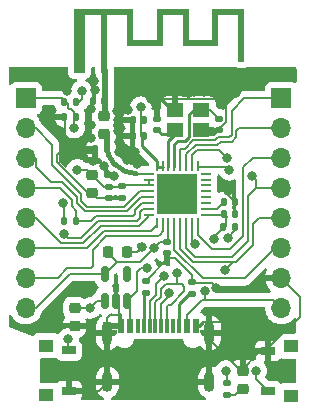
<source format=gtl>
%TF.GenerationSoftware,KiCad,Pcbnew,(6.0.7)*%
%TF.CreationDate,2022-08-05T17:10:29+02:00*%
%TF.ProjectId,C3_mini,43335f6d-696e-4692-9e6b-696361645f70,rev?*%
%TF.SameCoordinates,Original*%
%TF.FileFunction,Copper,L1,Top*%
%TF.FilePolarity,Positive*%
%FSLAX46Y46*%
G04 Gerber Fmt 4.6, Leading zero omitted, Abs format (unit mm)*
G04 Created by KiCad (PCBNEW (6.0.7)) date 2022-08-05 17:10:29*
%MOMM*%
%LPD*%
G01*
G04 APERTURE LIST*
G04 Aperture macros list*
%AMRoundRect*
0 Rectangle with rounded corners*
0 $1 Rounding radius*
0 $2 $3 $4 $5 $6 $7 $8 $9 X,Y pos of 4 corners*
0 Add a 4 corners polygon primitive as box body*
4,1,4,$2,$3,$4,$5,$6,$7,$8,$9,$2,$3,0*
0 Add four circle primitives for the rounded corners*
1,1,$1+$1,$2,$3*
1,1,$1+$1,$4,$5*
1,1,$1+$1,$6,$7*
1,1,$1+$1,$8,$9*
0 Add four rect primitives between the rounded corners*
20,1,$1+$1,$2,$3,$4,$5,0*
20,1,$1+$1,$4,$5,$6,$7,0*
20,1,$1+$1,$6,$7,$8,$9,0*
20,1,$1+$1,$8,$9,$2,$3,0*%
G04 Aperture macros list end*
%TA.AperFunction,SMDPad,CuDef*%
%ADD10RoundRect,0.140000X0.140000X0.170000X-0.140000X0.170000X-0.140000X-0.170000X0.140000X-0.170000X0*%
%TD*%
%TA.AperFunction,SMDPad,CuDef*%
%ADD11RoundRect,0.225000X-0.250000X0.225000X-0.250000X-0.225000X0.250000X-0.225000X0.250000X0.225000X0*%
%TD*%
%TA.AperFunction,SMDPad,CuDef*%
%ADD12RoundRect,0.135000X0.185000X-0.135000X0.185000X0.135000X-0.185000X0.135000X-0.185000X-0.135000X0*%
%TD*%
%TA.AperFunction,ComponentPad*%
%ADD13R,1.700000X1.700000*%
%TD*%
%TA.AperFunction,ComponentPad*%
%ADD14O,1.700000X1.700000*%
%TD*%
%TA.AperFunction,SMDPad,CuDef*%
%ADD15R,1.200000X0.700000*%
%TD*%
%TA.AperFunction,SMDPad,CuDef*%
%ADD16R,1.300000X1.100000*%
%TD*%
%TA.AperFunction,SMDPad,CuDef*%
%ADD17RoundRect,0.135000X0.135000X0.185000X-0.135000X0.185000X-0.135000X-0.185000X0.135000X-0.185000X0*%
%TD*%
%TA.AperFunction,SMDPad,CuDef*%
%ADD18RoundRect,0.150000X0.150000X-0.512500X0.150000X0.512500X-0.150000X0.512500X-0.150000X-0.512500X0*%
%TD*%
%TA.AperFunction,SMDPad,CuDef*%
%ADD19RoundRect,0.225000X-0.225000X-0.250000X0.225000X-0.250000X0.225000X0.250000X-0.225000X0.250000X0*%
%TD*%
%TA.AperFunction,SMDPad,CuDef*%
%ADD20RoundRect,0.062500X-0.375000X-0.062500X0.375000X-0.062500X0.375000X0.062500X-0.375000X0.062500X0*%
%TD*%
%TA.AperFunction,SMDPad,CuDef*%
%ADD21RoundRect,0.062500X-0.062500X-0.375000X0.062500X-0.375000X0.062500X0.375000X-0.062500X0.375000X0*%
%TD*%
%TA.AperFunction,SMDPad,CuDef*%
%ADD22R,3.450000X3.450000*%
%TD*%
%TA.AperFunction,SMDPad,CuDef*%
%ADD23R,1.400000X1.200000*%
%TD*%
%TA.AperFunction,ComponentPad*%
%ADD24R,0.900000X0.500000*%
%TD*%
%TA.AperFunction,ConnectorPad*%
%ADD25R,0.500000X0.500000*%
%TD*%
%TA.AperFunction,SMDPad,CuDef*%
%ADD26RoundRect,0.140000X-0.170000X0.140000X-0.170000X-0.140000X0.170000X-0.140000X0.170000X0.140000X0*%
%TD*%
%TA.AperFunction,SMDPad,CuDef*%
%ADD27RoundRect,0.218750X-0.256250X0.218750X-0.256250X-0.218750X0.256250X-0.218750X0.256250X0.218750X0*%
%TD*%
%TA.AperFunction,SMDPad,CuDef*%
%ADD28R,0.600000X1.160000*%
%TD*%
%TA.AperFunction,SMDPad,CuDef*%
%ADD29R,0.300000X1.160000*%
%TD*%
%TA.AperFunction,ComponentPad*%
%ADD30O,0.900000X2.000000*%
%TD*%
%TA.AperFunction,ComponentPad*%
%ADD31O,0.900000X1.700000*%
%TD*%
%TA.AperFunction,SMDPad,CuDef*%
%ADD32RoundRect,0.140000X-0.140000X-0.170000X0.140000X-0.170000X0.140000X0.170000X-0.140000X0.170000X0*%
%TD*%
%TA.AperFunction,SMDPad,CuDef*%
%ADD33RoundRect,0.140000X0.170000X-0.140000X0.170000X0.140000X-0.170000X0.140000X-0.170000X-0.140000X0*%
%TD*%
%TA.AperFunction,ViaPad*%
%ADD34C,0.800000*%
%TD*%
%TA.AperFunction,Conductor*%
%ADD35C,0.500000*%
%TD*%
%TA.AperFunction,Conductor*%
%ADD36C,0.200000*%
%TD*%
%TA.AperFunction,Conductor*%
%ADD37C,0.250000*%
%TD*%
%TA.AperFunction,Conductor*%
%ADD38C,0.400000*%
%TD*%
G04 APERTURE END LIST*
%TO.C,ANT1*%
G36*
X40675000Y-27800000D02*
G01*
X40675000Y-30440000D01*
X42675000Y-30440000D01*
X42675000Y-27800000D01*
X45375000Y-27800000D01*
X45375000Y-30440000D01*
X47375000Y-30440000D01*
X47375000Y-27800000D01*
X50075000Y-27800000D01*
X50075000Y-32240000D01*
X49575000Y-32240000D01*
X49575000Y-28300000D01*
X47875000Y-28300000D01*
X47875000Y-30940000D01*
X44875000Y-30940000D01*
X44875000Y-28300000D01*
X43175000Y-28300000D01*
X43175000Y-30940000D01*
X40175000Y-30940000D01*
X40175000Y-28300000D01*
X38475000Y-28300000D01*
X38475000Y-33200000D01*
X37975000Y-33200000D01*
X37975000Y-28300000D01*
X36575000Y-28300000D01*
X36575000Y-33200000D01*
X35675000Y-33200000D01*
X35675000Y-32956785D01*
X35977417Y-32956785D01*
X35987258Y-33004395D01*
X36011326Y-33046797D01*
X36049269Y-33079581D01*
X36057181Y-33083935D01*
X36099844Y-33096043D01*
X36148363Y-33095300D01*
X36193878Y-33082400D01*
X36212489Y-33071787D01*
X36246132Y-33036553D01*
X36266691Y-32991368D01*
X36273222Y-32941842D01*
X36264782Y-32893583D01*
X36247888Y-32861357D01*
X36212628Y-32828687D01*
X36167318Y-32808592D01*
X36117733Y-32802018D01*
X36069647Y-32809908D01*
X36036755Y-32826814D01*
X36001815Y-32863584D01*
X35982153Y-32908378D01*
X35977417Y-32956785D01*
X35675000Y-32956785D01*
X35675000Y-27800000D01*
X40675000Y-27800000D01*
G37*
%TD*%
D10*
%TO.P,C14,1*%
%TO.N,EN*%
X35805000Y-36925000D03*
%TO.P,C14,2*%
%TO.N,GND*%
X34845000Y-36925000D03*
%TD*%
D11*
%TO.P,C17,1*%
%TO.N,VBUS*%
X35700000Y-53100000D03*
%TO.P,C17,2*%
%TO.N,GND*%
X35700000Y-54650000D03*
%TD*%
D12*
%TO.P,R1,1*%
%TO.N,Net-(J1-PadA5)*%
X41725000Y-51810000D03*
%TO.P,R1,2*%
%TO.N,GND*%
X41725000Y-50790000D03*
%TD*%
D13*
%TO.P,J2,1,Pin_1*%
%TO.N,EN*%
X31575000Y-35350000D03*
D14*
%TO.P,J2,2,Pin_2*%
%TO.N,IO0*%
X31575000Y-37890000D03*
%TO.P,J2,3,Pin_3*%
%TO.N,IO1*%
X31575000Y-40430000D03*
%TO.P,J2,4,Pin_4*%
%TO.N,IO2*%
X31575000Y-42970000D03*
%TO.P,J2,5,Pin_5*%
%TO.N,IO3*%
X31575000Y-45510000D03*
%TO.P,J2,6,Pin_6*%
%TO.N,IO4*%
X31575000Y-48050000D03*
%TO.P,J2,7,Pin_7*%
%TO.N,IO5*%
X31575000Y-50590000D03*
%TO.P,J2,8,Pin_8*%
%TO.N,+3V3*%
X31575000Y-53130000D03*
%TD*%
D15*
%TO.P,SW1,1,1*%
%TO.N,EN*%
X35225000Y-56700000D03*
%TO.P,SW1,2,2*%
%TO.N,GND*%
X35225000Y-60100000D03*
D16*
%TO.P,SW1,3*%
%TO.N,N/C*%
X33275000Y-60500000D03*
%TO.P,SW1,4*%
X33275000Y-56300000D03*
%TD*%
D17*
%TO.P,R4,1*%
%TO.N,IO2*%
X35850000Y-45775000D03*
%TO.P,R4,2*%
%TO.N,+3V3*%
X34830000Y-45775000D03*
%TD*%
D18*
%TO.P,PS1,1,VIN*%
%TO.N,VBUS*%
X38250000Y-52487500D03*
%TO.P,PS1,2,GND*%
%TO.N,GND*%
X39200000Y-52487500D03*
%TO.P,PS1,3,CE*%
%TO.N,VBUS*%
X40150000Y-52487500D03*
%TO.P,PS1,4,NC*%
%TO.N,unconnected-(PS1-Pad4)*%
X40150000Y-50212500D03*
%TO.P,PS1,5,VOUT*%
%TO.N,+3V3*%
X38250000Y-50212500D03*
%TD*%
D17*
%TO.P,R3,1*%
%TO.N,+3V3*%
X35810000Y-35650000D03*
%TO.P,R3,2*%
%TO.N,EN*%
X34790000Y-35650000D03*
%TD*%
D19*
%TO.P,C18,1*%
%TO.N,+3V3*%
X38550000Y-48375000D03*
%TO.P,C18,2*%
%TO.N,GND*%
X40100000Y-48375000D03*
%TD*%
D10*
%TO.P,C16,1*%
%TO.N,Net-(C16-Pad1)*%
X38430000Y-39650000D03*
%TO.P,C16,2*%
%TO.N,GND*%
X37470000Y-39650000D03*
%TD*%
D20*
%TO.P,U1,1,LNA_IN*%
%TO.N,Net-(C16-Pad1)*%
X41962500Y-41725000D03*
%TO.P,U1,2,VDD3P3*%
%TO.N,+3V3*%
X41962500Y-42225000D03*
%TO.P,U1,3,VDD3P3*%
X41962500Y-42725000D03*
%TO.P,U1,4,XTAL_32K_P/ADC1_CH0*%
%TO.N,IO0*%
X41962500Y-43225000D03*
%TO.P,U1,5,XTAL_32K_N/ADC1_CH1*%
%TO.N,IO1*%
X41962500Y-43725000D03*
%TO.P,U1,6,GPIO2/ADC1_CH2*%
%TO.N,IO2*%
X41962500Y-44225000D03*
%TO.P,U1,7,CHIP_EN*%
%TO.N,EN*%
X41962500Y-44725000D03*
%TO.P,U1,8,GPIO3/ADC1_CH3*%
%TO.N,IO3*%
X41962500Y-45225000D03*
D21*
%TO.P,U1,9,MTMS/GPIO4/ADC1_CH4*%
%TO.N,IO4*%
X42650000Y-45912500D03*
%TO.P,U1,10,MTDI/GPIO5/ADC2_CH0*%
%TO.N,IO5*%
X43150000Y-45912500D03*
%TO.P,U1,11,VDD3P3_RTC*%
%TO.N,+3V3*%
X43650000Y-45912500D03*
%TO.P,U1,12,MTCK/GPIO6*%
%TO.N,IO6*%
X44150000Y-45912500D03*
%TO.P,U1,13,MTDO/GPIO7*%
%TO.N,IO7*%
X44650000Y-45912500D03*
%TO.P,U1,14,GPIO8*%
%TO.N,IO8*%
X45150000Y-45912500D03*
%TO.P,U1,15,GPIO9/BOOT*%
%TO.N,IO9*%
X45650000Y-45912500D03*
%TO.P,U1,16,GPIO10*%
%TO.N,IO10*%
X46150000Y-45912500D03*
D20*
%TO.P,U1,17,VDD3P3_CPU*%
%TO.N,+3V3*%
X46837500Y-45225000D03*
%TO.P,U1,18,VDD_SPI/GPIO11*%
%TO.N,VDD_SPI*%
X46837500Y-44725000D03*
%TO.P,U1,19,SPIHD/GPIO12*%
%TO.N,unconnected-(U1-Pad19)*%
X46837500Y-44225000D03*
%TO.P,U1,20,SPIWP/GPIO13*%
%TO.N,unconnected-(U1-Pad20)*%
X46837500Y-43725000D03*
%TO.P,U1,21,SPICS0/GPIO14*%
%TO.N,unconnected-(U1-Pad21)*%
X46837500Y-43225000D03*
%TO.P,U1,22,SPICLK/GPIO15*%
%TO.N,unconnected-(U1-Pad22)*%
X46837500Y-42725000D03*
%TO.P,U1,23,SPID/GPIO16*%
%TO.N,unconnected-(U1-Pad23)*%
X46837500Y-42225000D03*
%TO.P,U1,24,SPIQ/GPIO17*%
%TO.N,unconnected-(U1-Pad24)*%
X46837500Y-41725000D03*
D21*
%TO.P,U1,25,GPIO18/USB_D-*%
%TO.N,D-*%
X46150000Y-41037500D03*
%TO.P,U1,26,GPIO19/USB_D+*%
%TO.N,D+*%
X45650000Y-41037500D03*
%TO.P,U1,27,U0RXD/GPIO20*%
%TO.N,U0RXD*%
X45150000Y-41037500D03*
%TO.P,U1,28,U0TXD/GPIO21*%
%TO.N,U0TXD*%
X44650000Y-41037500D03*
%TO.P,U1,29,XTAL_N*%
%TO.N,Net-(C13-Pad2)*%
X44150000Y-41037500D03*
%TO.P,U1,30,XTAL_P*%
%TO.N,Net-(C12-Pad2)*%
X43650000Y-41037500D03*
%TO.P,U1,31,VDDA*%
%TO.N,+3V3*%
X43150000Y-41037500D03*
%TO.P,U1,32,VDDA*%
X42650000Y-41037500D03*
D22*
%TO.P,U1,33,GND*%
%TO.N,GND*%
X44400000Y-43475000D03*
%TD*%
D23*
%TO.P,Y1,1,1*%
%TO.N,Net-(C12-Pad2)*%
X44225000Y-38000000D03*
%TO.P,Y1,2,2*%
%TO.N,GND*%
X46425000Y-38000000D03*
%TO.P,Y1,3,3*%
%TO.N,Net-(C13-Pad2)*%
X46425000Y-36300000D03*
%TO.P,Y1,4,4*%
%TO.N,GND*%
X44225000Y-36300000D03*
%TD*%
D13*
%TO.P,J3,1,Pin_1*%
%TO.N,U0TXD*%
X53200000Y-35325000D03*
D14*
%TO.P,J3,2,Pin_2*%
%TO.N,U0RXD*%
X53200000Y-37865000D03*
%TO.P,J3,3,Pin_3*%
%TO.N,IO10*%
X53200000Y-40405000D03*
%TO.P,J3,4,Pin_4*%
%TO.N,IO8*%
X53200000Y-42945000D03*
%TO.P,J3,5,Pin_5*%
%TO.N,IO7*%
X53200000Y-45485000D03*
%TO.P,J3,6,Pin_6*%
%TO.N,IO6*%
X53200000Y-48025000D03*
%TO.P,J3,7,Pin_7*%
%TO.N,GND*%
X53200000Y-50565000D03*
%TO.P,J3,8,Pin_8*%
%TO.N,VBUS*%
X53200000Y-53105000D03*
%TD*%
D24*
%TO.P,ANT1,2,Shield*%
%TO.N,GND*%
X36125000Y-32950000D03*
D25*
%TO.P,ANT1,1,A*%
%TO.N,Net-(ANT1-Pad1)*%
X38225000Y-32950000D03*
%TD*%
D26*
%TO.P,C4,1*%
%TO.N,+3V3*%
X38600000Y-42845000D03*
%TO.P,C4,2*%
%TO.N,GND*%
X38600000Y-43805000D03*
%TD*%
D27*
%TO.P,LED1,1,K*%
%TO.N,GND*%
X49950000Y-58400000D03*
%TO.P,LED1,2,A*%
%TO.N,Net-(LED1-Pad2)*%
X49950000Y-59975000D03*
%TD*%
D12*
%TO.P,R5,1*%
%TO.N,Net-(LED1-Pad2)*%
X48600000Y-60510000D03*
%TO.P,R5,2*%
%TO.N,IO7*%
X48600000Y-59490000D03*
%TD*%
D26*
%TO.P,C12,1*%
%TO.N,GND*%
X42700000Y-37070000D03*
%TO.P,C12,2*%
%TO.N,Net-(C12-Pad2)*%
X42700000Y-38030000D03*
%TD*%
D12*
%TO.P,R2,1*%
%TO.N,Net-(J1-PadB5)*%
X45675000Y-51910000D03*
%TO.P,R2,2*%
%TO.N,GND*%
X45675000Y-50890000D03*
%TD*%
D28*
%TO.P,J1,A1,GND*%
%TO.N,GND*%
X39600000Y-54615000D03*
%TO.P,J1,A4,VBUS*%
%TO.N,VBUS*%
X40400000Y-54615000D03*
D29*
%TO.P,J1,A5,CC1*%
%TO.N,Net-(J1-PadA5)*%
X41550000Y-54615000D03*
%TO.P,J1,A6,D+*%
%TO.N,D+*%
X42550000Y-54615000D03*
%TO.P,J1,A7,D-*%
%TO.N,D-*%
X43050000Y-54615000D03*
%TO.P,J1,A8,SBU1*%
%TO.N,unconnected-(J1-PadA8)*%
X44050000Y-54615000D03*
D28*
%TO.P,J1,A9,VBUS*%
%TO.N,VBUS*%
X45200000Y-54615000D03*
%TO.P,J1,A12,GND*%
%TO.N,GND*%
X46000000Y-54615000D03*
%TO.P,J1,B1,GND*%
X46000000Y-54615000D03*
%TO.P,J1,B4,VBUS*%
%TO.N,VBUS*%
X45200000Y-54615000D03*
D29*
%TO.P,J1,B5,CC2*%
%TO.N,Net-(J1-PadB5)*%
X44550000Y-54615000D03*
%TO.P,J1,B6,D+*%
%TO.N,D+*%
X43550000Y-54615000D03*
%TO.P,J1,B7,D-*%
%TO.N,D-*%
X42050000Y-54615000D03*
%TO.P,J1,B8,SBU2*%
%TO.N,unconnected-(J1-PadB8)*%
X41050000Y-54615000D03*
D28*
%TO.P,J1,B9,VBUS*%
%TO.N,VBUS*%
X40400000Y-54615000D03*
%TO.P,J1,B12,GND*%
%TO.N,GND*%
X39600000Y-54615000D03*
D30*
%TO.P,J1,S1,SHIELD*%
X38480000Y-55195000D03*
X47120000Y-55195000D03*
D31*
X47120000Y-59365000D03*
X38480000Y-59365000D03*
%TD*%
D11*
%TO.P,C3,1*%
%TO.N,+3V3*%
X37200000Y-41825000D03*
%TO.P,C3,2*%
%TO.N,GND*%
X37200000Y-43375000D03*
%TD*%
D10*
%TO.P,C15,1*%
%TO.N,Net-(ANT1-Pad1)*%
X38230000Y-35600000D03*
%TO.P,C15,2*%
%TO.N,GND*%
X37270000Y-35600000D03*
%TD*%
%TO.P,C1,1*%
%TO.N,+3V3*%
X41580000Y-37150000D03*
%TO.P,C1,2*%
%TO.N,GND*%
X40620000Y-37150000D03*
%TD*%
D15*
%TO.P,SW2,1,1*%
%TO.N,IO9*%
X52100000Y-60125000D03*
%TO.P,SW2,2,2*%
%TO.N,GND*%
X52100000Y-56725000D03*
D16*
%TO.P,SW2,3*%
%TO.N,N/C*%
X54050000Y-56325000D03*
%TO.P,SW2,4*%
X54050000Y-60525000D03*
%TD*%
D32*
%TO.P,C11,1*%
%TO.N,VDD_SPI*%
X48320000Y-44125000D03*
%TO.P,C11,2*%
%TO.N,GND*%
X49280000Y-44125000D03*
%TD*%
%TO.P,C8,1*%
%TO.N,+3V3*%
X48320000Y-45150000D03*
%TO.P,C8,2*%
%TO.N,GND*%
X49280000Y-45150000D03*
%TD*%
D26*
%TO.P,C7,1*%
%TO.N,+3V3*%
X43500000Y-47520000D03*
%TO.P,C7,2*%
%TO.N,GND*%
X43500000Y-48480000D03*
%TD*%
%TO.P,C6,1*%
%TO.N,+3V3*%
X39675000Y-42795000D03*
%TO.P,C6,2*%
%TO.N,GND*%
X39675000Y-43755000D03*
%TD*%
D27*
%TO.P,L1,1,1*%
%TO.N,Net-(ANT1-Pad1)*%
X38150000Y-36812500D03*
%TO.P,L1,2,2*%
%TO.N,Net-(C16-Pad1)*%
X38150000Y-38387500D03*
%TD*%
D17*
%TO.P,R6,1*%
%TO.N,IO8*%
X49285000Y-46250000D03*
%TO.P,R6,2*%
%TO.N,+3V3*%
X48265000Y-46250000D03*
%TD*%
D10*
%TO.P,C5,1*%
%TO.N,+3V3*%
X41580000Y-38550000D03*
%TO.P,C5,2*%
%TO.N,GND*%
X40620000Y-38550000D03*
%TD*%
D33*
%TO.P,C13,1*%
%TO.N,GND*%
X47900000Y-38030000D03*
%TO.P,C13,2*%
%TO.N,Net-(C13-Pad2)*%
X47900000Y-37070000D03*
%TD*%
D34*
%TO.N,GND*%
X37125000Y-56000000D03*
X48400000Y-33950000D03*
X41350000Y-34725000D03*
X41000000Y-40900000D03*
X49200000Y-54100000D03*
X44875000Y-34825000D03*
X41425000Y-47925000D03*
X37350000Y-33850000D03*
X41350000Y-33900000D03*
X45775000Y-34825000D03*
X39375000Y-37225000D03*
X37100000Y-36275000D03*
X49300000Y-33950000D03*
X40100000Y-40600000D03*
X39550000Y-33875000D03*
X35050000Y-34725000D03*
X47700000Y-51400000D03*
X37400000Y-34650000D03*
X48450000Y-34900000D03*
X45750000Y-33950000D03*
X40800000Y-39900000D03*
X46675000Y-34825000D03*
X42200000Y-35400000D03*
X48700000Y-43200000D03*
X49325000Y-34900000D03*
X47575000Y-34850000D03*
X39025000Y-41950000D03*
X43700000Y-42700000D03*
X44000000Y-34800000D03*
X43100000Y-34800000D03*
X40450000Y-34700000D03*
X43125000Y-33925000D03*
X44875000Y-33950000D03*
X39350000Y-38125000D03*
X37075000Y-38700000D03*
X47500000Y-33975000D03*
X50175000Y-33925000D03*
X40200000Y-36300000D03*
X34950000Y-33900000D03*
X44000000Y-33950000D03*
X37100000Y-37575000D03*
X38150000Y-41075000D03*
X39525000Y-34700000D03*
X39450000Y-39075000D03*
X37225000Y-40625000D03*
X39475000Y-39925000D03*
X42225000Y-33925000D03*
X40450000Y-33825000D03*
X46625000Y-33950000D03*
X36400000Y-40000000D03*
X39300000Y-36400000D03*
%TO.N,+3V3*%
X42450000Y-48000000D03*
X36300000Y-34750000D03*
X41300000Y-36100000D03*
X47500000Y-47300000D03*
X35925000Y-41400000D03*
X34750000Y-44225000D03*
%TO.N,EN*%
X34825000Y-46875000D03*
X35675000Y-37825000D03*
X35150000Y-55725000D03*
%TO.N,VBUS*%
X37025000Y-53100000D03*
X46700000Y-51700000D03*
X41800000Y-49700000D03*
%TO.N,D+*%
X48600000Y-40400000D03*
X44400000Y-50100000D03*
%TO.N,D-*%
X43285003Y-50410017D03*
X43700000Y-51800000D03*
X48800000Y-41400000D03*
%TO.N,IO8*%
X48650000Y-47175000D03*
X50700000Y-41900000D03*
%TO.N,IO7*%
X48400000Y-49900000D03*
X48525000Y-58425000D03*
%TO.N,IO9*%
X45900000Y-47700000D03*
X51075000Y-58425000D03*
%TD*%
D35*
%TO.N,Net-(ANT1-Pad1)*%
X38250000Y-32975000D02*
X38250000Y-36675000D01*
X38225000Y-32950000D02*
X38250000Y-32975000D01*
X38250000Y-36675000D02*
X38225000Y-36700000D01*
D36*
%TO.N,GND*%
X38800000Y-53600000D02*
X38890000Y-53690000D01*
X36400000Y-40000000D02*
X37120000Y-40000000D01*
X48550000Y-37380330D02*
X48550000Y-35950000D01*
X51500000Y-56700000D02*
X49800000Y-58400000D01*
X48700000Y-43545000D02*
X49280000Y-44125000D01*
X39475000Y-52487500D02*
X39475000Y-53565000D01*
X52100000Y-56525000D02*
X52100000Y-56700000D01*
X39625000Y-43805000D02*
X39675000Y-43755000D01*
X48550000Y-35950000D02*
X48000000Y-35400000D01*
X38480000Y-59365000D02*
X38480000Y-54270000D01*
X41725000Y-50775000D02*
X43600000Y-48900000D01*
X47700000Y-51400000D02*
X47300000Y-51000000D01*
X36125000Y-54650000D02*
X36625000Y-54650000D01*
X37200000Y-43375000D02*
X36825000Y-43375000D01*
X34920000Y-39430000D02*
X34850000Y-39500000D01*
X54800000Y-53825000D02*
X52100000Y-56525000D01*
X47120000Y-54270000D02*
X46580000Y-54270000D01*
X47120000Y-54270000D02*
X47120000Y-58440000D01*
D37*
X46000000Y-54615000D02*
X46235000Y-54615000D01*
D36*
X37630000Y-43805000D02*
X37200000Y-43375000D01*
X42700000Y-35900000D02*
X42700000Y-37300000D01*
X38890000Y-53690000D02*
X39600000Y-53690000D01*
X39475000Y-53565000D02*
X39600000Y-53690000D01*
X49280000Y-45150000D02*
X49280000Y-44125000D01*
X40800000Y-39900000D02*
X40850000Y-39850000D01*
X36825000Y-43375000D02*
X34200000Y-40750000D01*
X43100000Y-35500000D02*
X42700000Y-35900000D01*
X47300000Y-51000000D02*
X45750000Y-51000000D01*
X43650000Y-48850000D02*
X43600000Y-48900000D01*
X49030000Y-54270000D02*
X49200000Y-54100000D01*
X40975000Y-48375000D02*
X41425000Y-47925000D01*
D37*
X47900000Y-37900000D02*
X47900000Y-37825000D01*
D36*
X54800000Y-52165000D02*
X54800000Y-53825000D01*
X40100000Y-48375000D02*
X40975000Y-48375000D01*
D37*
X40620000Y-39720000D02*
X40800000Y-39900000D01*
D36*
X53200000Y-50565000D02*
X54800000Y-52165000D01*
D37*
X40620000Y-37150000D02*
X40620000Y-38550000D01*
D36*
X34200000Y-40150000D02*
X34850000Y-39500000D01*
X47900000Y-37800000D02*
X48130330Y-37800000D01*
X37120000Y-40000000D02*
X37470000Y-39650000D01*
D37*
X43500000Y-48480000D02*
X43500000Y-48800000D01*
D36*
X48130330Y-37800000D02*
X48550000Y-37380330D01*
X38480000Y-53920000D02*
X38800000Y-53600000D01*
X45675000Y-50890000D02*
X45600000Y-50815000D01*
X49800000Y-58400000D02*
X47120000Y-55720000D01*
X36625000Y-54650000D02*
X37125000Y-55150000D01*
X35700000Y-60100000D02*
X37745000Y-60100000D01*
D37*
X47400000Y-38400000D02*
X47900000Y-37900000D01*
X40620000Y-38550000D02*
X40620000Y-39720000D01*
X43500000Y-48800000D02*
X43600000Y-48900000D01*
D36*
X47120000Y-55720000D02*
X47120000Y-54270000D01*
X52100000Y-56700000D02*
X51500000Y-56700000D01*
X43200000Y-35400000D02*
X43100000Y-35500000D01*
X34200000Y-40750000D02*
X34200000Y-40150000D01*
X42700000Y-35900000D02*
X42200000Y-35400000D01*
D37*
X44200000Y-36600000D02*
X43100000Y-35500000D01*
D36*
X37125000Y-55150000D02*
X37125000Y-56000000D01*
X39600000Y-53690000D02*
X39600000Y-54615000D01*
X48000000Y-35400000D02*
X43200000Y-35400000D01*
X38480000Y-54270000D02*
X38480000Y-53920000D01*
D37*
X46400000Y-38400000D02*
X47400000Y-38400000D01*
D36*
X38600000Y-43805000D02*
X39625000Y-43805000D01*
X38600000Y-43805000D02*
X37630000Y-43805000D01*
X34920000Y-36800000D02*
X34920000Y-39430000D01*
X44175000Y-48850000D02*
X43650000Y-48850000D01*
X47120000Y-54270000D02*
X49030000Y-54270000D01*
X48700000Y-43200000D02*
X48700000Y-43545000D01*
X37745000Y-60100000D02*
X38480000Y-59365000D01*
X45600000Y-50815000D02*
X45600000Y-50275000D01*
X36400000Y-40000000D02*
X36400000Y-39900000D01*
D37*
X46235000Y-54615000D02*
X46580000Y-54270000D01*
D36*
X45600000Y-50275000D02*
X44175000Y-48850000D01*
%TO.N,+3V3*%
X38600000Y-42845000D02*
X39625000Y-42845000D01*
X41275000Y-49175000D02*
X39287500Y-49175000D01*
X41962500Y-42725000D02*
X39745000Y-42725000D01*
X41962500Y-42225000D02*
X41962500Y-42725000D01*
D37*
X42650000Y-41162500D02*
X43150000Y-41162500D01*
D36*
X43650000Y-46550000D02*
X43650000Y-46037500D01*
X48245000Y-45225000D02*
X48320000Y-45150000D01*
X36775000Y-41400000D02*
X37200000Y-41825000D01*
X41350000Y-36150000D02*
X41350000Y-37150000D01*
X43500000Y-47520000D02*
X42930000Y-47520000D01*
X38220000Y-42845000D02*
X37200000Y-41825000D01*
D37*
X42650000Y-41162500D02*
X42650000Y-40650000D01*
D36*
X47500000Y-47110050D02*
X48410050Y-46200000D01*
X47500000Y-47300000D02*
X47500000Y-47110050D01*
X43600000Y-46600000D02*
X43600000Y-47420000D01*
X48410050Y-46200000D02*
X48550000Y-46200000D01*
X34830000Y-45775000D02*
X34830000Y-44305000D01*
X35292500Y-50212500D02*
X32400000Y-53105000D01*
X38550000Y-48375000D02*
X38550000Y-48437500D01*
X36300000Y-35410000D02*
X35910000Y-35800000D01*
D37*
X41375000Y-39375000D02*
X41375000Y-38550000D01*
D36*
X43600000Y-47420000D02*
X43500000Y-47520000D01*
X41350000Y-38550000D02*
X41350000Y-37150000D01*
X38600000Y-42845000D02*
X38220000Y-42845000D01*
X38250000Y-50212500D02*
X39287500Y-49175000D01*
X38550000Y-48437500D02*
X39287500Y-49175000D01*
D37*
X42650000Y-40650000D02*
X41375000Y-39375000D01*
D36*
X42450000Y-48000000D02*
X41275000Y-49175000D01*
X41300000Y-36100000D02*
X41350000Y-36150000D01*
X36300000Y-34750000D02*
X36300000Y-35410000D01*
D37*
X48500000Y-45350000D02*
X48525000Y-45375000D01*
X48525000Y-45375000D02*
X48525000Y-45400000D01*
D36*
X35925000Y-41400000D02*
X36775000Y-41400000D01*
X38250000Y-50212500D02*
X35292500Y-50212500D01*
X46837500Y-45225000D02*
X48245000Y-45225000D01*
X48550000Y-45400000D02*
X48550000Y-46200000D01*
X39625000Y-42845000D02*
X39675000Y-42795000D01*
X43600000Y-46600000D02*
X43650000Y-46550000D01*
X42930000Y-47520000D02*
X42450000Y-48000000D01*
X39745000Y-42725000D02*
X39675000Y-42795000D01*
%TO.N,VDD_SPI*%
X46837500Y-44725000D02*
X47720000Y-44725000D01*
X47720000Y-44725000D02*
X48320000Y-44125000D01*
D37*
%TO.N,Net-(C12-Pad2)*%
X44200000Y-38400000D02*
X43100000Y-38400000D01*
X43650000Y-41162500D02*
X43650000Y-38950000D01*
X43100000Y-38400000D02*
X42700000Y-38000000D01*
X43650000Y-38950000D02*
X44200000Y-38400000D01*
D36*
%TO.N,Net-(C13-Pad2)*%
X47130000Y-36300000D02*
X47900000Y-37070000D01*
D37*
X44425000Y-38925000D02*
X45050000Y-38925000D01*
X45075000Y-38950000D02*
X45375000Y-38650000D01*
X45050000Y-38925000D02*
X45075000Y-38950000D01*
D36*
X46425000Y-36300000D02*
X47130000Y-36300000D01*
D37*
X44150000Y-41162500D02*
X44150000Y-39200000D01*
X45775000Y-36300000D02*
X46425000Y-36300000D01*
X45375000Y-36700000D02*
X45775000Y-36300000D01*
X45375000Y-38650000D02*
X45375000Y-36700000D01*
X44150000Y-39200000D02*
X44425000Y-38925000D01*
D36*
%TO.N,EN*%
X41500000Y-44725000D02*
X41962500Y-44725000D01*
X35650000Y-36500000D02*
X35400000Y-36250000D01*
X35125000Y-47175000D02*
X36250000Y-47175000D01*
X35150000Y-55725000D02*
X35150000Y-56625000D01*
X35675000Y-37825000D02*
X35650000Y-37800000D01*
X41225000Y-45000000D02*
X41500000Y-44725000D01*
X40950000Y-45725000D02*
X41225000Y-45450000D01*
X35150000Y-56625000D02*
X35225000Y-56700000D01*
X34675000Y-35325000D02*
X32400000Y-35325000D01*
X35150000Y-35800000D02*
X34675000Y-35325000D01*
X35250000Y-36250000D02*
X35150000Y-36150000D01*
X37700000Y-45725000D02*
X40950000Y-45725000D01*
X35400000Y-36250000D02*
X35250000Y-36250000D01*
X35150000Y-36150000D02*
X35150000Y-35800000D01*
X34825000Y-46875000D02*
X35125000Y-47175000D01*
X36250000Y-47175000D02*
X37700000Y-45725000D01*
X41225000Y-45450000D02*
X41225000Y-45000000D01*
X35650000Y-37800000D02*
X35650000Y-36500000D01*
D35*
%TO.N,Net-(C16-Pad1)*%
X38430000Y-39650000D02*
X38430000Y-38667500D01*
D38*
X38985028Y-40785028D02*
X39222346Y-41022346D01*
D36*
X41962500Y-41725000D02*
X40918702Y-41725000D01*
D35*
X38430000Y-38667500D02*
X38150000Y-38387500D01*
D38*
X40918702Y-41725001D02*
G75*
G02*
X39222346Y-41022346I-2J2399001D01*
G01*
X38985009Y-40785047D02*
G75*
G02*
X38464212Y-39527657I1257391J1257347D01*
G01*
D36*
%TO.N,VBUS*%
X37637500Y-52487500D02*
X37025000Y-53100000D01*
X40150000Y-52487500D02*
X40975000Y-51662500D01*
X40975000Y-51662500D02*
X40975000Y-50050000D01*
X41325000Y-49700000D02*
X41800000Y-49700000D01*
X46600000Y-52400000D02*
X46475000Y-52400000D01*
X45200000Y-53675000D02*
X45200000Y-54615000D01*
X38525000Y-52487500D02*
X37637500Y-52487500D01*
X40150000Y-52487500D02*
X40400000Y-52737500D01*
X40975000Y-50050000D02*
X41325000Y-49700000D01*
X52495000Y-52400000D02*
X53200000Y-53105000D01*
X46600000Y-52400000D02*
X52495000Y-52400000D01*
X37025000Y-53100000D02*
X36125000Y-53100000D01*
X46700000Y-52300000D02*
X46600000Y-52400000D01*
X46700000Y-51700000D02*
X46700000Y-52300000D01*
X40400000Y-52737500D02*
X40400000Y-54615000D01*
X46475000Y-52400000D02*
X45200000Y-53675000D01*
D37*
%TO.N,Net-(J1-PadA5)*%
X41550000Y-54615000D02*
X41550000Y-51985000D01*
X41550000Y-51985000D02*
X41725000Y-51810000D01*
D36*
%TO.N,D+*%
X44500000Y-51100000D02*
X44800000Y-51100000D01*
X43550000Y-52960000D02*
X43550000Y-54615000D01*
X45650000Y-41037500D02*
X45650000Y-40175000D01*
X44400000Y-51000000D02*
X44500000Y-51100000D01*
X44800000Y-51100000D02*
X45000000Y-51300000D01*
X43400000Y-51100000D02*
X43000000Y-51500000D01*
X45000000Y-51300000D02*
X45000000Y-51673960D01*
X44400000Y-50100000D02*
X44400000Y-51000000D01*
X45000000Y-51673960D02*
X43863960Y-52810000D01*
X47900000Y-39725000D02*
X48575000Y-40400000D01*
X43000000Y-51500000D02*
X43000000Y-52166725D01*
X46100000Y-39725000D02*
X47900000Y-39725000D01*
X45650000Y-40175000D02*
X46100000Y-39725000D01*
X43700000Y-52810000D02*
X43550000Y-52960000D01*
X44500000Y-51100000D02*
X43400000Y-51100000D01*
X48575000Y-40400000D02*
X48600000Y-40400000D01*
X42550000Y-52616726D02*
X42550000Y-54615000D01*
X43863960Y-52810000D02*
X43700000Y-52810000D01*
X43000000Y-52166725D02*
X42550000Y-52616726D01*
%TO.N,D-*%
X48562500Y-41162500D02*
X48800000Y-41400000D01*
X42600000Y-52001040D02*
X42050000Y-52551040D01*
X42600000Y-51095020D02*
X42600000Y-52001040D01*
X43050000Y-52750000D02*
X43050000Y-54615000D01*
X46150000Y-41162500D02*
X48562500Y-41162500D01*
X43700000Y-52100000D02*
X43050000Y-52750000D01*
X43285003Y-50410017D02*
X42600000Y-51095020D01*
X42050000Y-52551040D02*
X42050000Y-54615000D01*
X43700000Y-51800000D02*
X43700000Y-52100000D01*
D37*
%TO.N,Net-(J1-PadB5)*%
X44550000Y-52725000D02*
X45365000Y-51910000D01*
X45365000Y-51910000D02*
X45675000Y-51910000D01*
X44550000Y-52725000D02*
X44550000Y-54615000D01*
D36*
%TO.N,IO0*%
X33800000Y-41000000D02*
X33800000Y-39265000D01*
X41225000Y-43225000D02*
X39925000Y-44525000D01*
X36275000Y-44050000D02*
X36275000Y-43475000D01*
X33800000Y-39265000D02*
X32400000Y-37865000D01*
X36275000Y-43475000D02*
X33800000Y-41000000D01*
X39925000Y-44525000D02*
X36750000Y-44525000D01*
X41962500Y-43225000D02*
X41225000Y-43225000D01*
X36750000Y-44525000D02*
X36275000Y-44050000D01*
%TO.N,IO1*%
X34625000Y-42450000D02*
X33700000Y-42450000D01*
X35875000Y-43700000D02*
X34625000Y-42450000D01*
X41962500Y-43725000D02*
X41350000Y-43725000D01*
X35875000Y-44250000D02*
X35875000Y-43700000D01*
X36550000Y-44925000D02*
X35875000Y-44250000D01*
X33700000Y-42450000D02*
X32400000Y-41150000D01*
X40150000Y-44925000D02*
X36550000Y-44925000D01*
X41350000Y-43725000D02*
X40150000Y-44925000D01*
X32400000Y-41150000D02*
X32400000Y-40405000D01*
%TO.N,IO2*%
X37075000Y-45775000D02*
X37525000Y-45325000D01*
X40825000Y-44825000D02*
X41425000Y-44225000D01*
X35475000Y-43925000D02*
X35475000Y-44500000D01*
X41425000Y-44225000D02*
X41962500Y-44225000D01*
X34495000Y-42945000D02*
X35475000Y-43925000D01*
X40825000Y-45175000D02*
X40825000Y-44825000D01*
X35850000Y-44875000D02*
X35850000Y-45775000D01*
X35850000Y-45775000D02*
X37075000Y-45775000D01*
X35475000Y-44500000D02*
X35850000Y-44875000D01*
X40675000Y-45325000D02*
X40825000Y-45175000D01*
X32400000Y-42945000D02*
X34495000Y-42945000D01*
X37525000Y-45325000D02*
X40675000Y-45325000D01*
%TO.N,IO3*%
X41187500Y-46125000D02*
X41962500Y-45350000D01*
X34515000Y-47600000D02*
X36450000Y-47600000D01*
X37925000Y-46125000D02*
X41187500Y-46125000D01*
X32400000Y-45485000D02*
X34515000Y-47600000D01*
X36450000Y-47600000D02*
X37925000Y-46125000D01*
%TO.N,IO4*%
X42137500Y-46550000D02*
X42650000Y-46037500D01*
X36750000Y-48025000D02*
X38225000Y-46550000D01*
X38225000Y-46550000D02*
X42137500Y-46550000D01*
X32400000Y-48025000D02*
X36750000Y-48025000D01*
%TO.N,IO5*%
X32400000Y-50565000D02*
X34285000Y-50565000D01*
X34285000Y-50565000D02*
X35100000Y-49750000D01*
X37050000Y-49750000D02*
X37225000Y-49575000D01*
X37225000Y-49575000D02*
X37225000Y-48175000D01*
X42800000Y-47000000D02*
X42912500Y-46887500D01*
X42912500Y-46887500D02*
X43200000Y-46600000D01*
X37225000Y-48175000D02*
X38400000Y-47000000D01*
X38400000Y-47000000D02*
X42800000Y-47000000D01*
X43200000Y-46600000D02*
X43200000Y-46087500D01*
X35100000Y-49750000D02*
X37050000Y-49750000D01*
X43200000Y-46087500D02*
X43150000Y-46037500D01*
%TO.N,U0TXD*%
X50075000Y-35325000D02*
X53200000Y-35325000D01*
X49000000Y-36400000D02*
X50075000Y-35325000D01*
X45750000Y-38900000D02*
X47575000Y-38900000D01*
X47850000Y-38625000D02*
X48809314Y-38625000D01*
X49000000Y-38434314D02*
X49000000Y-36400000D01*
X44650000Y-39600000D02*
X45050000Y-39600000D01*
X45050000Y-39600000D02*
X45750000Y-38900000D01*
X48809314Y-38625000D02*
X49000000Y-38434314D01*
X44650000Y-41162500D02*
X44650000Y-39600000D01*
X47575000Y-38900000D02*
X47850000Y-38625000D01*
%TO.N,U0RXD*%
X45950000Y-39300000D02*
X47800000Y-39300000D01*
X49635000Y-37865000D02*
X53200000Y-37865000D01*
X49400000Y-38625000D02*
X49400000Y-38100000D01*
X47800000Y-39300000D02*
X48075000Y-39025000D01*
X48075000Y-39025000D02*
X49000000Y-39025000D01*
X49000000Y-39025000D02*
X49400000Y-38625000D01*
X49400000Y-38100000D02*
X49635000Y-37865000D01*
X45150000Y-40100000D02*
X45950000Y-39300000D01*
X45150000Y-41037500D02*
X45150000Y-40100000D01*
%TO.N,IO10*%
X48900000Y-48100000D02*
X50000000Y-47000000D01*
X46150000Y-46950000D02*
X47300000Y-48100000D01*
X46150000Y-46037500D02*
X46150000Y-46950000D01*
X50805000Y-40405000D02*
X53200000Y-40405000D01*
X50800000Y-40400000D02*
X50805000Y-40405000D01*
X47300000Y-48100000D02*
X48900000Y-48100000D01*
X50000000Y-47000000D02*
X50000000Y-41200000D01*
X50000000Y-41200000D02*
X50800000Y-40400000D01*
%TO.N,IO8*%
X51055000Y-42255000D02*
X50700000Y-41900000D01*
X45931372Y-48800000D02*
X45150000Y-48018628D01*
X49285000Y-46540000D02*
X49285000Y-46250000D01*
X50400000Y-47400000D02*
X49000000Y-48800000D01*
X51055000Y-42945000D02*
X51055000Y-42255000D01*
X49000000Y-48800000D02*
X45931372Y-48800000D01*
X53200000Y-42945000D02*
X51055000Y-42945000D01*
X51055000Y-42945000D02*
X50400000Y-43600000D01*
X45150000Y-48018628D02*
X45150000Y-46037500D01*
X50400000Y-43600000D02*
X50400000Y-47400000D01*
X48650000Y-47175000D02*
X49285000Y-46540000D01*
%TO.N,IO7*%
X48600000Y-59490000D02*
X48600000Y-58500000D01*
X49100000Y-49200000D02*
X45765686Y-49200000D01*
X48600000Y-58500000D02*
X48525000Y-58425000D01*
X50800000Y-46000000D02*
X50800000Y-47800000D01*
X48400000Y-49900000D02*
X49100000Y-49200000D01*
X45765686Y-49200000D02*
X44650000Y-48084313D01*
X44650000Y-48084313D02*
X44650000Y-46037500D01*
X50800000Y-47800000D02*
X49400000Y-49200000D01*
X49400000Y-49200000D02*
X49100000Y-49200000D01*
X51315000Y-45485000D02*
X50800000Y-46000000D01*
X53200000Y-45485000D02*
X51315000Y-45485000D01*
%TO.N,IO6*%
X52675000Y-48025000D02*
X50100000Y-50600000D01*
X53200000Y-48025000D02*
X52675000Y-48025000D01*
X44150000Y-48150000D02*
X44150000Y-46037500D01*
X46600000Y-50600000D02*
X44150000Y-48150000D01*
X50100000Y-50600000D02*
X46600000Y-50600000D01*
%TO.N,Net-(LED1-Pad2)*%
X49265000Y-60510000D02*
X49800000Y-59975000D01*
X48600000Y-60510000D02*
X49265000Y-60510000D01*
%TO.N,IO9*%
X45650000Y-47450000D02*
X45900000Y-47700000D01*
X51075000Y-59100000D02*
X52100000Y-60125000D01*
X51075000Y-58425000D02*
X51075000Y-59100000D01*
X45650000Y-46037500D02*
X45650000Y-47450000D01*
%TD*%
%TA.AperFunction,Conductor*%
%TO.N,GND*%
G36*
X37415680Y-50841002D02*
G01*
X37462173Y-50894658D01*
X37468556Y-50911847D01*
X37487565Y-50977275D01*
X37490855Y-50988601D01*
X37494892Y-50995427D01*
X37571509Y-51124980D01*
X37571511Y-51124983D01*
X37575547Y-51131807D01*
X37693193Y-51249453D01*
X37697002Y-51251706D01*
X37737655Y-51307996D01*
X37741506Y-51378888D01*
X37706418Y-51440609D01*
X37698724Y-51447276D01*
X37693193Y-51450547D01*
X37575547Y-51568193D01*
X37571511Y-51575017D01*
X37571509Y-51575020D01*
X37536453Y-51634297D01*
X37490855Y-51711399D01*
X37488644Y-51719010D01*
X37488643Y-51719012D01*
X37448879Y-51855883D01*
X37410666Y-51915718D01*
X37376101Y-51937139D01*
X37330624Y-51955976D01*
X37310006Y-51971797D01*
X37235437Y-52029015D01*
X37235421Y-52029029D01*
X37210066Y-52048484D01*
X37210063Y-52048487D01*
X37203513Y-52053513D01*
X37198483Y-52060068D01*
X37184048Y-52078879D01*
X37173181Y-52091270D01*
X37109856Y-52154595D01*
X37047544Y-52188621D01*
X37020761Y-52191500D01*
X36929513Y-52191500D01*
X36923061Y-52192872D01*
X36923056Y-52192872D01*
X36844651Y-52209538D01*
X36742712Y-52231206D01*
X36736682Y-52233891D01*
X36736681Y-52233891D01*
X36574278Y-52306197D01*
X36574276Y-52306198D01*
X36568248Y-52308882D01*
X36562906Y-52312763D01*
X36559143Y-52314936D01*
X36490149Y-52331675D01*
X36418048Y-52304699D01*
X36412883Y-52300620D01*
X36407702Y-52295448D01*
X36309918Y-52235173D01*
X36268331Y-52209538D01*
X36268329Y-52209537D01*
X36262101Y-52205698D01*
X36099757Y-52151851D01*
X36092920Y-52151151D01*
X36092918Y-52151150D01*
X36051599Y-52146917D01*
X35998732Y-52141500D01*
X35401268Y-52141500D01*
X35398022Y-52141837D01*
X35398018Y-52141837D01*
X35363917Y-52145375D01*
X35298981Y-52152113D01*
X35292440Y-52154295D01*
X35292441Y-52154295D01*
X35143676Y-52203927D01*
X35143674Y-52203928D01*
X35136732Y-52206244D01*
X34991287Y-52296248D01*
X34870448Y-52417298D01*
X34866608Y-52423528D01*
X34866607Y-52423529D01*
X34792661Y-52543492D01*
X34780698Y-52562899D01*
X34726851Y-52725243D01*
X34716500Y-52826268D01*
X34716500Y-53373732D01*
X34727113Y-53476019D01*
X34729295Y-53482559D01*
X34777940Y-53628364D01*
X34781244Y-53638268D01*
X34785096Y-53644492D01*
X34785096Y-53644493D01*
X34844803Y-53740978D01*
X34871248Y-53783713D01*
X34876430Y-53788886D01*
X34880977Y-53794623D01*
X34879170Y-53796055D01*
X34907902Y-53848575D01*
X34902892Y-53919395D01*
X34879501Y-53955853D01*
X34880552Y-53956683D01*
X34867002Y-53973840D01*
X34784996Y-54106880D01*
X34778849Y-54120061D01*
X34729509Y-54268814D01*
X34726642Y-54282190D01*
X34717328Y-54373097D01*
X34717071Y-54378126D01*
X34721475Y-54393124D01*
X34722865Y-54394329D01*
X34730548Y-54396000D01*
X36664885Y-54396000D01*
X36680124Y-54391525D01*
X36681329Y-54390135D01*
X36683000Y-54382452D01*
X36683000Y-54379562D01*
X36682663Y-54373047D01*
X36673106Y-54280943D01*
X36670212Y-54267544D01*
X36627099Y-54138317D01*
X36624515Y-54067367D01*
X36660699Y-54006283D01*
X36724163Y-53974459D01*
X36772820Y-53975194D01*
X36923056Y-54007128D01*
X36923061Y-54007128D01*
X36929513Y-54008500D01*
X37120487Y-54008500D01*
X37126939Y-54007128D01*
X37126944Y-54007128D01*
X37234376Y-53984292D01*
X37307288Y-53968794D01*
X37334490Y-53956683D01*
X37475722Y-53893803D01*
X37475724Y-53893802D01*
X37481752Y-53891118D01*
X37612595Y-53796055D01*
X37636253Y-53778866D01*
X37636699Y-53779480D01*
X37640973Y-53773624D01*
X37745996Y-53656984D01*
X37806442Y-53619744D01*
X37874785Y-53620297D01*
X37902552Y-53628364D01*
X37962387Y-53666578D01*
X37992064Y-53731074D01*
X37982160Y-53801377D01*
X37933794Y-53856448D01*
X37897889Y-53878710D01*
X37887826Y-53886460D01*
X37821182Y-53949482D01*
X37812522Y-53953902D01*
X37799245Y-53970228D01*
X37755692Y-54011414D01*
X37747395Y-54021026D01*
X37643092Y-54169987D01*
X37636892Y-54181081D01*
X37564668Y-54347980D01*
X37560829Y-54360083D01*
X37523325Y-54539600D01*
X37522085Y-54549152D01*
X37522000Y-54552384D01*
X37522000Y-54922885D01*
X37526475Y-54938124D01*
X37527865Y-54939329D01*
X37535548Y-54941000D01*
X39195974Y-54941000D01*
X39264095Y-54961002D01*
X39310588Y-55014658D01*
X39320692Y-55084932D01*
X39291198Y-55149512D01*
X39284760Y-55156403D01*
X39280920Y-55160216D01*
X39280913Y-55160225D01*
X39275918Y-55165185D01*
X39272144Y-55171131D01*
X39272143Y-55171133D01*
X39258190Y-55193120D01*
X39178727Y-55318334D01*
X39174454Y-55330335D01*
X39162015Y-55365267D01*
X39120321Y-55422731D01*
X39054178Y-55448531D01*
X39043316Y-55449000D01*
X38752115Y-55449000D01*
X38736876Y-55453475D01*
X38735671Y-55454865D01*
X38734000Y-55462548D01*
X38734000Y-56654229D01*
X38737973Y-56667760D01*
X38744075Y-56668637D01*
X38896136Y-56612690D01*
X38907549Y-56607123D01*
X39062108Y-56511292D01*
X39072174Y-56503540D01*
X39204303Y-56378592D01*
X39212601Y-56368978D01*
X39230633Y-56343226D01*
X39286090Y-56298898D01*
X39356709Y-56291589D01*
X39402099Y-56309585D01*
X39548238Y-56403765D01*
X39554858Y-56406174D01*
X39554861Y-56406176D01*
X39664947Y-56446244D01*
X39718685Y-56465803D01*
X39858769Y-56483500D01*
X39955610Y-56483500D01*
X40090255Y-56468397D01*
X40097704Y-56465803D01*
X40254894Y-56411064D01*
X40254897Y-56411062D01*
X40261552Y-56408745D01*
X40269522Y-56403765D01*
X40409402Y-56316359D01*
X40415376Y-56312626D01*
X40422545Y-56305507D01*
X40539085Y-56189778D01*
X40539088Y-56189774D01*
X40544082Y-56184815D01*
X40574461Y-56136946D01*
X40637494Y-56037620D01*
X40641273Y-56031666D01*
X40676664Y-55932277D01*
X40699757Y-55867425D01*
X40699760Y-55867414D01*
X40702119Y-55860790D01*
X40707786Y-55813262D01*
X40735713Y-55747990D01*
X40794496Y-55708176D01*
X40845068Y-55703063D01*
X40845074Y-55702947D01*
X40845818Y-55702987D01*
X40846504Y-55702918D01*
X40848459Y-55703130D01*
X40848461Y-55703130D01*
X40851866Y-55703500D01*
X41248134Y-55703500D01*
X41251529Y-55703131D01*
X41251533Y-55703131D01*
X41277531Y-55700307D01*
X41286394Y-55699344D01*
X41313606Y-55699344D01*
X41322469Y-55700307D01*
X41348467Y-55703131D01*
X41348471Y-55703131D01*
X41351866Y-55703500D01*
X41748134Y-55703500D01*
X41751529Y-55703131D01*
X41751533Y-55703131D01*
X41777531Y-55700307D01*
X41786394Y-55699344D01*
X41813606Y-55699344D01*
X41822469Y-55700307D01*
X41848467Y-55703131D01*
X41848471Y-55703131D01*
X41851866Y-55703500D01*
X42248134Y-55703500D01*
X42251529Y-55703131D01*
X42251533Y-55703131D01*
X42277531Y-55700307D01*
X42286394Y-55699344D01*
X42313606Y-55699344D01*
X42322469Y-55700307D01*
X42348467Y-55703131D01*
X42348471Y-55703131D01*
X42351866Y-55703500D01*
X42748134Y-55703500D01*
X42751529Y-55703131D01*
X42751533Y-55703131D01*
X42777531Y-55700307D01*
X42786394Y-55699344D01*
X42813606Y-55699344D01*
X42822469Y-55700307D01*
X42848467Y-55703131D01*
X42848471Y-55703131D01*
X42851866Y-55703500D01*
X43248134Y-55703500D01*
X43251529Y-55703131D01*
X43251533Y-55703131D01*
X43277531Y-55700307D01*
X43286394Y-55699344D01*
X43313606Y-55699344D01*
X43322469Y-55700307D01*
X43348467Y-55703131D01*
X43348471Y-55703131D01*
X43351866Y-55703500D01*
X43748134Y-55703500D01*
X43751529Y-55703131D01*
X43751533Y-55703131D01*
X43777531Y-55700307D01*
X43786394Y-55699344D01*
X43813606Y-55699344D01*
X43822469Y-55700307D01*
X43848467Y-55703131D01*
X43848471Y-55703131D01*
X43851866Y-55703500D01*
X44248134Y-55703500D01*
X44251529Y-55703131D01*
X44251533Y-55703131D01*
X44277531Y-55700307D01*
X44286394Y-55699344D01*
X44313606Y-55699344D01*
X44322469Y-55700307D01*
X44348467Y-55703131D01*
X44348471Y-55703131D01*
X44351866Y-55703500D01*
X44748134Y-55703500D01*
X44752799Y-55702993D01*
X44753094Y-55703046D01*
X44754926Y-55702947D01*
X44754949Y-55703379D01*
X44822680Y-55715516D01*
X44874700Y-55763833D01*
X44891724Y-55815083D01*
X44894093Y-55837616D01*
X44895364Y-55849712D01*
X44953818Y-56021421D01*
X44957512Y-56027425D01*
X45015296Y-56121351D01*
X45048862Y-56175912D01*
X45053793Y-56180947D01*
X45053795Y-56180950D01*
X45160781Y-56290200D01*
X45175771Y-56305507D01*
X45328238Y-56403765D01*
X45334858Y-56406174D01*
X45334861Y-56406176D01*
X45444947Y-56446244D01*
X45498685Y-56465803D01*
X45638769Y-56483500D01*
X45735610Y-56483500D01*
X45870255Y-56468397D01*
X45877704Y-56465803D01*
X46034894Y-56411064D01*
X46034897Y-56411062D01*
X46041552Y-56408745D01*
X46055634Y-56399946D01*
X46195376Y-56312626D01*
X46196148Y-56313862D01*
X46254612Y-56290200D01*
X46324376Y-56303374D01*
X46362729Y-56333587D01*
X46451785Y-56437490D01*
X46460976Y-56446244D01*
X46604680Y-56557711D01*
X46615440Y-56564435D01*
X46778625Y-56644732D01*
X46790519Y-56649155D01*
X46848470Y-56664251D01*
X46862564Y-56663817D01*
X46866000Y-56655636D01*
X46866000Y-56654229D01*
X47374000Y-56654229D01*
X47377973Y-56667760D01*
X47384075Y-56668637D01*
X47536136Y-56612690D01*
X47547549Y-56607123D01*
X47702108Y-56511292D01*
X47712174Y-56503540D01*
X47765740Y-56452885D01*
X50992000Y-56452885D01*
X50996475Y-56468124D01*
X50997865Y-56469329D01*
X51005548Y-56471000D01*
X51827885Y-56471000D01*
X51843124Y-56466525D01*
X51844329Y-56465135D01*
X51846000Y-56457452D01*
X51846000Y-55885116D01*
X51841525Y-55869877D01*
X51840135Y-55868672D01*
X51832452Y-55867001D01*
X51455331Y-55867001D01*
X51448510Y-55867371D01*
X51397648Y-55872895D01*
X51382396Y-55876521D01*
X51261946Y-55921676D01*
X51246351Y-55930214D01*
X51144276Y-56006715D01*
X51131715Y-56019276D01*
X51055214Y-56121351D01*
X51046676Y-56136946D01*
X51001522Y-56257394D01*
X50997895Y-56272649D01*
X50992369Y-56323514D01*
X50992000Y-56330328D01*
X50992000Y-56452885D01*
X47765740Y-56452885D01*
X47844303Y-56378592D01*
X47852605Y-56368974D01*
X47956908Y-56220013D01*
X47963108Y-56208919D01*
X48035332Y-56042020D01*
X48039171Y-56029917D01*
X48076675Y-55850400D01*
X48077915Y-55840848D01*
X48078000Y-55837616D01*
X48078000Y-55467115D01*
X48073525Y-55451876D01*
X48072135Y-55450671D01*
X48064452Y-55449000D01*
X47392115Y-55449000D01*
X47376876Y-55453475D01*
X47375671Y-55454865D01*
X47374000Y-55462548D01*
X47374000Y-56654229D01*
X46866000Y-56654229D01*
X46866000Y-55467115D01*
X46861525Y-55451876D01*
X46860135Y-55450671D01*
X46852452Y-55449000D01*
X46557384Y-55449000D01*
X46489263Y-55428998D01*
X46442770Y-55375342D01*
X46438106Y-55363606D01*
X46428452Y-55335248D01*
X46426182Y-55328579D01*
X46372610Y-55241500D01*
X46334834Y-55180095D01*
X46334832Y-55180092D01*
X46331138Y-55174088D01*
X46312600Y-55155157D01*
X46279229Y-55092494D01*
X46285034Y-55021735D01*
X46328173Y-54965347D01*
X46394950Y-54941234D01*
X46402623Y-54941000D01*
X46847885Y-54941000D01*
X46863124Y-54936525D01*
X46864329Y-54935135D01*
X46866000Y-54927452D01*
X46866000Y-54922885D01*
X47374000Y-54922885D01*
X47378475Y-54938124D01*
X47379865Y-54939329D01*
X47387548Y-54941000D01*
X48059885Y-54941000D01*
X48075124Y-54936525D01*
X48076329Y-54935135D01*
X48078000Y-54927452D01*
X48078000Y-54599553D01*
X48077677Y-54593178D01*
X48063918Y-54457723D01*
X48061364Y-54445283D01*
X48006984Y-54271756D01*
X48001975Y-54260068D01*
X47913813Y-54101021D01*
X47906562Y-54090588D01*
X47788215Y-53952509D01*
X47779024Y-53943756D01*
X47635320Y-53832289D01*
X47624560Y-53825565D01*
X47461375Y-53745268D01*
X47449481Y-53740845D01*
X47391530Y-53725749D01*
X47377436Y-53726183D01*
X47374000Y-53734364D01*
X47374000Y-54922885D01*
X46866000Y-54922885D01*
X46866000Y-53735771D01*
X46862027Y-53722240D01*
X46855925Y-53721363D01*
X46821628Y-53733982D01*
X46750791Y-53738732D01*
X46688630Y-53704431D01*
X46677293Y-53691296D01*
X46668284Y-53679275D01*
X46655724Y-53666715D01*
X46553649Y-53590214D01*
X46538052Y-53581675D01*
X46441873Y-53545619D01*
X46385108Y-53502978D01*
X46360408Y-53436416D01*
X46375615Y-53367067D01*
X46397007Y-53338542D01*
X46690144Y-53045405D01*
X46752456Y-53011379D01*
X46779239Y-53008500D01*
X51714663Y-53008500D01*
X51782784Y-53028502D01*
X51829277Y-53082158D01*
X51840454Y-53127247D01*
X51850110Y-53294715D01*
X51851247Y-53299761D01*
X51851248Y-53299767D01*
X51868650Y-53376982D01*
X51899222Y-53512639D01*
X51947415Y-53631324D01*
X51971767Y-53691296D01*
X51983266Y-53719616D01*
X51992304Y-53734364D01*
X52096595Y-53904552D01*
X52099987Y-53910088D01*
X52246250Y-54078938D01*
X52418126Y-54221632D01*
X52611000Y-54334338D01*
X52819692Y-54414030D01*
X52824760Y-54415061D01*
X52824763Y-54415062D01*
X52932017Y-54436883D01*
X53038597Y-54458567D01*
X53043772Y-54458757D01*
X53043774Y-54458757D01*
X53256673Y-54466564D01*
X53256677Y-54466564D01*
X53261837Y-54466753D01*
X53266957Y-54466097D01*
X53266959Y-54466097D01*
X53478288Y-54439025D01*
X53478289Y-54439025D01*
X53483416Y-54438368D01*
X53548376Y-54418879D01*
X53692429Y-54375661D01*
X53692434Y-54375659D01*
X53697384Y-54374174D01*
X53897994Y-54275896D01*
X54079860Y-54146173D01*
X54106064Y-54120061D01*
X54227170Y-53999377D01*
X54238096Y-53988489D01*
X54250090Y-53971797D01*
X54306082Y-53928149D01*
X54376785Y-53921700D01*
X54439751Y-53954501D01*
X54474987Y-54016136D01*
X54478414Y-54045439D01*
X54477385Y-55140618D01*
X54457319Y-55208720D01*
X54403620Y-55255163D01*
X54351385Y-55266500D01*
X53351866Y-55266500D01*
X53289684Y-55273255D01*
X53153295Y-55324385D01*
X53036739Y-55411739D01*
X52949385Y-55528295D01*
X52898255Y-55664684D01*
X52891500Y-55726866D01*
X52891500Y-55742150D01*
X52871498Y-55810271D01*
X52817842Y-55856764D01*
X52754917Y-55866926D01*
X52754883Y-55867553D01*
X52752002Y-55867397D01*
X52751897Y-55867414D01*
X52751480Y-55867369D01*
X52744672Y-55867000D01*
X52372115Y-55867000D01*
X52356876Y-55871475D01*
X52355671Y-55872865D01*
X52354000Y-55880548D01*
X52354000Y-57564884D01*
X52358475Y-57580123D01*
X52359865Y-57581328D01*
X52367548Y-57582999D01*
X52744669Y-57582999D01*
X52751490Y-57582629D01*
X52802352Y-57577105D01*
X52817604Y-57573479D01*
X52938054Y-57528324D01*
X52953649Y-57519786D01*
X53055724Y-57443285D01*
X53068285Y-57430724D01*
X53091794Y-57399356D01*
X53148653Y-57356841D01*
X53219471Y-57351815D01*
X53236848Y-57356939D01*
X53282279Y-57373970D01*
X53282286Y-57373972D01*
X53289684Y-57376745D01*
X53351866Y-57383500D01*
X54349157Y-57383500D01*
X54417278Y-57403502D01*
X54463771Y-57457158D01*
X54475157Y-57509618D01*
X54473436Y-59340618D01*
X54453370Y-59408720D01*
X54399671Y-59455163D01*
X54347436Y-59466500D01*
X53351866Y-59466500D01*
X53289684Y-59473255D01*
X53237337Y-59492879D01*
X53166531Y-59498062D01*
X53104162Y-59464142D01*
X53092290Y-59450473D01*
X53063261Y-59411739D01*
X52946705Y-59324385D01*
X52810316Y-59273255D01*
X52748134Y-59266500D01*
X52154239Y-59266500D01*
X52086118Y-59246498D01*
X52065144Y-59229595D01*
X51876349Y-59040800D01*
X51842323Y-58978488D01*
X51847388Y-58907673D01*
X51856325Y-58888705D01*
X51906223Y-58802279D01*
X51906224Y-58802278D01*
X51909527Y-58796556D01*
X51968542Y-58614928D01*
X51970978Y-58591756D01*
X51987814Y-58431565D01*
X51988504Y-58425000D01*
X51968542Y-58235072D01*
X51909527Y-58053444D01*
X51903059Y-58042240D01*
X51817341Y-57893774D01*
X51814040Y-57888056D01*
X51728729Y-57793308D01*
X51698013Y-57729303D01*
X51706777Y-57658850D01*
X51752239Y-57604318D01*
X51822366Y-57583000D01*
X51827885Y-57583000D01*
X51843124Y-57578525D01*
X51844329Y-57577135D01*
X51846000Y-57569452D01*
X51846000Y-56997115D01*
X51841525Y-56981876D01*
X51840135Y-56980671D01*
X51832452Y-56979000D01*
X51010116Y-56979000D01*
X50994877Y-56983475D01*
X50993672Y-56984865D01*
X50992001Y-56992548D01*
X50992001Y-57119669D01*
X50992371Y-57126490D01*
X50997895Y-57177352D01*
X51001521Y-57192604D01*
X51046678Y-57313060D01*
X51058120Y-57333958D01*
X51073290Y-57403315D01*
X51048554Y-57469863D01*
X50991766Y-57512474D01*
X50973801Y-57517714D01*
X50792712Y-57556206D01*
X50786685Y-57558889D01*
X50786677Y-57558892D01*
X50728384Y-57584846D01*
X50658017Y-57594280D01*
X50611020Y-57576999D01*
X50521709Y-57521947D01*
X50508532Y-57515803D01*
X50361157Y-57466921D01*
X50347790Y-57464055D01*
X50257730Y-57454828D01*
X50251315Y-57454500D01*
X50222115Y-57454500D01*
X50206876Y-57458975D01*
X50205671Y-57460365D01*
X50204000Y-57468048D01*
X50204000Y-58145739D01*
X50197833Y-58184675D01*
X50181458Y-58235072D01*
X50161496Y-58425000D01*
X50162186Y-58431565D01*
X50170937Y-58514830D01*
X50158165Y-58584668D01*
X50109662Y-58636515D01*
X50045627Y-58654000D01*
X49822000Y-58654000D01*
X49753879Y-58633998D01*
X49707386Y-58580342D01*
X49696000Y-58528000D01*
X49696000Y-57472615D01*
X49691525Y-57457376D01*
X49690135Y-57456171D01*
X49682452Y-57454500D01*
X49648734Y-57454500D01*
X49642218Y-57454837D01*
X49550979Y-57464304D01*
X49537583Y-57467197D01*
X49390313Y-57516330D01*
X49377134Y-57522504D01*
X49245486Y-57603970D01*
X49234085Y-57613006D01*
X49192026Y-57655139D01*
X49129743Y-57689219D01*
X49058923Y-57684216D01*
X49028791Y-57668058D01*
X48987094Y-57637763D01*
X48987093Y-57637762D01*
X48981752Y-57633882D01*
X48975724Y-57631198D01*
X48975722Y-57631197D01*
X48813319Y-57558891D01*
X48813318Y-57558891D01*
X48807288Y-57556206D01*
X48713887Y-57536353D01*
X48626944Y-57517872D01*
X48626939Y-57517872D01*
X48620487Y-57516500D01*
X48429513Y-57516500D01*
X48423061Y-57517872D01*
X48423056Y-57517872D01*
X48336113Y-57536353D01*
X48242712Y-57556206D01*
X48236682Y-57558891D01*
X48236681Y-57558891D01*
X48074278Y-57631197D01*
X48074276Y-57631198D01*
X48068248Y-57633882D01*
X47913747Y-57746134D01*
X47785960Y-57888056D01*
X47693778Y-58047721D01*
X47693426Y-58048330D01*
X47642044Y-58097323D01*
X47572330Y-58110759D01*
X47528677Y-58098384D01*
X47461383Y-58065271D01*
X47449481Y-58060845D01*
X47391530Y-58045749D01*
X47377436Y-58046183D01*
X47374000Y-58054364D01*
X47374000Y-59493000D01*
X47353998Y-59561121D01*
X47300342Y-59607614D01*
X47248000Y-59619000D01*
X46180115Y-59619000D01*
X46164876Y-59623475D01*
X46163671Y-59624865D01*
X46162000Y-59632548D01*
X46162000Y-59810447D01*
X46162323Y-59816822D01*
X46176082Y-59952277D01*
X46178636Y-59964717D01*
X46233016Y-60138244D01*
X46238025Y-60149932D01*
X46326187Y-60308979D01*
X46333438Y-60319412D01*
X46451785Y-60457491D01*
X46460976Y-60466244D01*
X46604680Y-60577711D01*
X46615440Y-60584435D01*
X46753655Y-60652445D01*
X46805946Y-60700468D01*
X46823972Y-60769138D01*
X46802012Y-60836653D01*
X46747036Y-60881577D01*
X46698025Y-60891500D01*
X38900069Y-60891500D01*
X38831948Y-60871498D01*
X38785455Y-60817842D01*
X38775351Y-60747568D01*
X38804845Y-60682988D01*
X38856562Y-60647250D01*
X38896137Y-60632690D01*
X38907549Y-60627123D01*
X39062108Y-60531292D01*
X39072174Y-60523540D01*
X39204303Y-60398592D01*
X39212605Y-60388974D01*
X39316908Y-60240013D01*
X39323108Y-60228919D01*
X39395332Y-60062020D01*
X39399171Y-60049917D01*
X39436675Y-59870400D01*
X39437915Y-59860848D01*
X39438000Y-59857616D01*
X39438000Y-59637115D01*
X39433525Y-59621876D01*
X39432135Y-59620671D01*
X39424452Y-59619000D01*
X37540115Y-59619000D01*
X37524876Y-59623475D01*
X37523671Y-59624865D01*
X37522000Y-59632548D01*
X37522000Y-59810447D01*
X37522323Y-59816822D01*
X37536082Y-59952277D01*
X37538636Y-59964717D01*
X37593016Y-60138244D01*
X37598025Y-60149932D01*
X37686187Y-60308979D01*
X37693438Y-60319412D01*
X37811785Y-60457491D01*
X37820976Y-60466244D01*
X37964680Y-60577711D01*
X37975440Y-60584435D01*
X38113655Y-60652445D01*
X38165946Y-60700468D01*
X38183972Y-60769138D01*
X38162012Y-60836653D01*
X38107036Y-60881577D01*
X38058025Y-60891500D01*
X36379572Y-60891500D01*
X36311451Y-60871498D01*
X36264958Y-60817842D01*
X36254854Y-60747568D01*
X36269052Y-60704992D01*
X36278321Y-60688061D01*
X36323478Y-60567606D01*
X36327105Y-60552351D01*
X36332631Y-60501486D01*
X36333000Y-60494672D01*
X36333000Y-60372115D01*
X36328525Y-60356876D01*
X36327135Y-60355671D01*
X36319452Y-60354000D01*
X35097000Y-60354000D01*
X35028879Y-60333998D01*
X34982386Y-60280342D01*
X34971000Y-60228000D01*
X34971000Y-59827885D01*
X35479000Y-59827885D01*
X35483475Y-59843124D01*
X35484865Y-59844329D01*
X35492548Y-59846000D01*
X36314884Y-59846000D01*
X36330123Y-59841525D01*
X36331328Y-59840135D01*
X36332999Y-59832452D01*
X36332999Y-59705331D01*
X36332629Y-59698510D01*
X36327105Y-59647648D01*
X36323479Y-59632396D01*
X36278324Y-59511946D01*
X36269786Y-59496351D01*
X36193285Y-59394276D01*
X36180724Y-59381715D01*
X36078649Y-59305214D01*
X36063054Y-59296676D01*
X35942606Y-59251522D01*
X35927351Y-59247895D01*
X35876486Y-59242369D01*
X35869672Y-59242000D01*
X35497115Y-59242000D01*
X35481876Y-59246475D01*
X35480671Y-59247865D01*
X35479000Y-59255548D01*
X35479000Y-59827885D01*
X34971000Y-59827885D01*
X34971000Y-59260116D01*
X34966525Y-59244877D01*
X34965135Y-59243672D01*
X34957452Y-59242001D01*
X34580331Y-59242001D01*
X34573510Y-59242371D01*
X34522648Y-59247895D01*
X34507396Y-59251521D01*
X34386946Y-59296676D01*
X34371351Y-59305214D01*
X34269276Y-59381715D01*
X34256715Y-59394276D01*
X34233206Y-59425644D01*
X34176347Y-59468159D01*
X34105529Y-59473185D01*
X34088152Y-59468061D01*
X34042721Y-59451030D01*
X34042714Y-59451028D01*
X34035316Y-59448255D01*
X33973134Y-59441500D01*
X32884500Y-59441500D01*
X32816379Y-59421498D01*
X32769886Y-59367842D01*
X32758500Y-59315500D01*
X32758500Y-59092885D01*
X37522000Y-59092885D01*
X37526475Y-59108124D01*
X37527865Y-59109329D01*
X37535548Y-59111000D01*
X38207885Y-59111000D01*
X38223124Y-59106525D01*
X38224329Y-59105135D01*
X38226000Y-59097452D01*
X38226000Y-59092885D01*
X38734000Y-59092885D01*
X38738475Y-59108124D01*
X38739865Y-59109329D01*
X38747548Y-59111000D01*
X39419885Y-59111000D01*
X39435124Y-59106525D01*
X39436329Y-59105135D01*
X39438000Y-59097452D01*
X39438000Y-59092885D01*
X46162000Y-59092885D01*
X46166475Y-59108124D01*
X46167865Y-59109329D01*
X46175548Y-59111000D01*
X46847885Y-59111000D01*
X46863124Y-59106525D01*
X46864329Y-59105135D01*
X46866000Y-59097452D01*
X46866000Y-58055771D01*
X46862027Y-58042240D01*
X46855925Y-58041363D01*
X46703864Y-58097310D01*
X46692451Y-58102877D01*
X46537892Y-58198708D01*
X46527826Y-58206460D01*
X46395697Y-58331408D01*
X46387395Y-58341026D01*
X46283092Y-58489987D01*
X46276892Y-58501081D01*
X46204668Y-58667980D01*
X46200829Y-58680083D01*
X46163325Y-58859600D01*
X46162085Y-58869152D01*
X46162000Y-58872384D01*
X46162000Y-59092885D01*
X39438000Y-59092885D01*
X39438000Y-58919553D01*
X39437677Y-58913178D01*
X39423918Y-58777723D01*
X39421364Y-58765283D01*
X39366984Y-58591756D01*
X39361975Y-58580068D01*
X39273813Y-58421021D01*
X39266562Y-58410588D01*
X39148215Y-58272509D01*
X39139024Y-58263756D01*
X38995320Y-58152289D01*
X38984560Y-58145565D01*
X38821375Y-58065268D01*
X38809481Y-58060845D01*
X38751530Y-58045749D01*
X38737436Y-58046183D01*
X38734000Y-58054364D01*
X38734000Y-59092885D01*
X38226000Y-59092885D01*
X38226000Y-58055771D01*
X38222027Y-58042240D01*
X38215925Y-58041363D01*
X38063864Y-58097310D01*
X38052451Y-58102877D01*
X37897892Y-58198708D01*
X37887826Y-58206460D01*
X37755697Y-58331408D01*
X37747395Y-58341026D01*
X37643092Y-58489987D01*
X37636892Y-58501081D01*
X37564668Y-58667980D01*
X37560829Y-58680083D01*
X37523325Y-58859600D01*
X37522085Y-58869152D01*
X37522000Y-58872384D01*
X37522000Y-59092885D01*
X32758500Y-59092885D01*
X32758500Y-57484500D01*
X32778502Y-57416379D01*
X32832158Y-57369886D01*
X32884500Y-57358500D01*
X33973134Y-57358500D01*
X34035316Y-57351745D01*
X34087663Y-57332121D01*
X34158469Y-57326938D01*
X34220838Y-57360858D01*
X34232710Y-57374527D01*
X34261739Y-57413261D01*
X34378295Y-57500615D01*
X34514684Y-57551745D01*
X34576866Y-57558500D01*
X35873134Y-57558500D01*
X35935316Y-57551745D01*
X36071705Y-57500615D01*
X36188261Y-57413261D01*
X36275615Y-57296705D01*
X36326745Y-57160316D01*
X36333500Y-57098134D01*
X36333500Y-56301866D01*
X36326745Y-56239684D01*
X36275615Y-56103295D01*
X36188261Y-55986739D01*
X36104331Y-55923837D01*
X36061817Y-55866979D01*
X36054587Y-55809842D01*
X36056625Y-55790447D01*
X37522000Y-55790447D01*
X37522323Y-55796822D01*
X37536082Y-55932277D01*
X37538636Y-55944717D01*
X37593016Y-56118244D01*
X37598025Y-56129932D01*
X37686187Y-56288979D01*
X37693438Y-56299412D01*
X37811785Y-56437491D01*
X37820976Y-56446244D01*
X37964680Y-56557711D01*
X37975440Y-56564435D01*
X38138625Y-56644732D01*
X38150519Y-56649155D01*
X38208470Y-56664251D01*
X38222564Y-56663817D01*
X38226000Y-56655636D01*
X38226000Y-55467115D01*
X38221525Y-55451876D01*
X38220135Y-55450671D01*
X38212452Y-55449000D01*
X37540115Y-55449000D01*
X37524876Y-55453475D01*
X37523671Y-55454865D01*
X37522000Y-55462548D01*
X37522000Y-55790447D01*
X36056625Y-55790447D01*
X36062814Y-55731566D01*
X36062814Y-55731565D01*
X36063504Y-55725000D01*
X36062814Y-55718432D01*
X36062394Y-55714435D01*
X36062814Y-55712139D01*
X36062814Y-55711830D01*
X36062870Y-55711830D01*
X36075167Y-55644597D01*
X36123670Y-55592751D01*
X36147828Y-55581743D01*
X36256107Y-55545619D01*
X36269286Y-55539445D01*
X36402173Y-55457212D01*
X36413574Y-55448176D01*
X36523986Y-55337571D01*
X36532998Y-55326160D01*
X36615004Y-55193120D01*
X36621151Y-55179939D01*
X36670491Y-55031186D01*
X36673358Y-55017810D01*
X36682672Y-54926903D01*
X36682929Y-54921874D01*
X36678525Y-54906876D01*
X36677135Y-54905671D01*
X36669452Y-54904000D01*
X35566418Y-54904000D01*
X35515170Y-54893107D01*
X35438324Y-54858893D01*
X35438321Y-54858892D01*
X35432288Y-54856206D01*
X35390660Y-54847358D01*
X35251944Y-54817872D01*
X35251939Y-54817872D01*
X35245487Y-54816500D01*
X35054513Y-54816500D01*
X35048061Y-54817872D01*
X35048056Y-54817872D01*
X34909340Y-54847358D01*
X34867712Y-54856206D01*
X34861679Y-54858892D01*
X34861676Y-54858893D01*
X34784830Y-54893107D01*
X34739135Y-54902820D01*
X34719876Y-54908475D01*
X34714970Y-54914136D01*
X34692429Y-54932754D01*
X34693248Y-54933882D01*
X34538747Y-55046134D01*
X34534326Y-55051044D01*
X34534325Y-55051045D01*
X34418269Y-55179939D01*
X34410960Y-55188056D01*
X34372216Y-55255163D01*
X34364858Y-55267907D01*
X34313475Y-55316900D01*
X34243761Y-55330335D01*
X34187121Y-55308420D01*
X34186760Y-55309079D01*
X34181790Y-55306358D01*
X34180175Y-55305733D01*
X34171705Y-55299385D01*
X34035316Y-55248255D01*
X33973134Y-55241500D01*
X32576866Y-55241500D01*
X32514684Y-55248255D01*
X32378295Y-55299385D01*
X32261739Y-55386739D01*
X32237622Y-55418919D01*
X32233235Y-55424772D01*
X32176376Y-55467287D01*
X32105558Y-55472313D01*
X32086961Y-55466725D01*
X30189045Y-54732625D01*
X30132728Y-54689396D01*
X30108722Y-54622581D01*
X30108500Y-54615110D01*
X30108500Y-53774724D01*
X30128502Y-53706603D01*
X30182158Y-53660110D01*
X30252432Y-53650006D01*
X30317012Y-53679500D01*
X30351243Y-53727321D01*
X30356320Y-53739826D01*
X30356325Y-53739836D01*
X30358266Y-53744616D01*
X30386693Y-53791005D01*
X30470735Y-53928149D01*
X30474987Y-53935088D01*
X30621250Y-54103938D01*
X30793126Y-54246632D01*
X30986000Y-54359338D01*
X30990825Y-54361180D01*
X30990826Y-54361181D01*
X31035201Y-54378126D01*
X31194692Y-54439030D01*
X31199760Y-54440061D01*
X31199763Y-54440062D01*
X31307017Y-54461883D01*
X31413597Y-54483567D01*
X31418772Y-54483757D01*
X31418774Y-54483757D01*
X31631673Y-54491564D01*
X31631677Y-54491564D01*
X31636837Y-54491753D01*
X31641957Y-54491097D01*
X31641959Y-54491097D01*
X31853288Y-54464025D01*
X31853289Y-54464025D01*
X31858416Y-54463368D01*
X31873785Y-54458757D01*
X32067429Y-54400661D01*
X32067434Y-54400659D01*
X32072384Y-54399174D01*
X32272994Y-54300896D01*
X32454860Y-54171173D01*
X32613096Y-54013489D01*
X32623237Y-53999377D01*
X32740435Y-53836277D01*
X32743453Y-53832077D01*
X32746672Y-53825565D01*
X32840136Y-53636453D01*
X32840137Y-53636451D01*
X32842430Y-53631811D01*
X32880700Y-53505851D01*
X32912163Y-53453386D01*
X35507644Y-50857905D01*
X35569956Y-50823879D01*
X35596739Y-50821000D01*
X37347559Y-50821000D01*
X37415680Y-50841002D01*
G37*
%TD.AperFunction*%
%TA.AperFunction,Conductor*%
G36*
X39509532Y-54272825D02*
G01*
X39566368Y-54315372D01*
X39591179Y-54381892D01*
X39591500Y-54390881D01*
X39591500Y-54743000D01*
X39571498Y-54811121D01*
X39517842Y-54857614D01*
X39465500Y-54869000D01*
X38878000Y-54869000D01*
X38809879Y-54848998D01*
X38763386Y-54795342D01*
X38752000Y-54743000D01*
X38752000Y-54487000D01*
X38772002Y-54418879D01*
X38825658Y-54372386D01*
X38878000Y-54361000D01*
X39327885Y-54361000D01*
X39343124Y-54356525D01*
X39352290Y-54345947D01*
X39376404Y-54301786D01*
X39438716Y-54267761D01*
X39509532Y-54272825D01*
G37*
%TD.AperFunction*%
%TA.AperFunction,Conductor*%
G36*
X39571671Y-53507002D02*
G01*
X39580946Y-53514477D01*
X39581325Y-53513989D01*
X39587583Y-53518843D01*
X39593193Y-53524453D01*
X39648163Y-53556962D01*
X39696612Y-53608852D01*
X39709318Y-53678702D01*
X39684847Y-53740978D01*
X39656452Y-53778866D01*
X39649385Y-53788295D01*
X39598255Y-53924684D01*
X39597402Y-53932536D01*
X39597401Y-53932540D01*
X39597263Y-53933815D01*
X39596878Y-53934741D01*
X39595575Y-53940222D01*
X39594688Y-53940011D01*
X39570021Y-53999377D01*
X39511659Y-54039804D01*
X39440704Y-54042260D01*
X39379686Y-54005965D01*
X39347977Y-53942443D01*
X39346000Y-53920208D01*
X39346000Y-53613000D01*
X39366002Y-53544879D01*
X39419658Y-53498386D01*
X39472000Y-53487000D01*
X39503550Y-53487000D01*
X39571671Y-53507002D01*
G37*
%TD.AperFunction*%
%TA.AperFunction,Conductor*%
G36*
X39259532Y-50167683D02*
G01*
X39316368Y-50210230D01*
X39341179Y-50276750D01*
X39341500Y-50285739D01*
X39341500Y-50791502D01*
X39341693Y-50793950D01*
X39341693Y-50793958D01*
X39343822Y-50821000D01*
X39344438Y-50828831D01*
X39364513Y-50897929D01*
X39387565Y-50977275D01*
X39390855Y-50988601D01*
X39475547Y-51131807D01*
X39481156Y-51137416D01*
X39485399Y-51142886D01*
X39511346Y-51208971D01*
X39497445Y-51278594D01*
X39459554Y-51320116D01*
X39454000Y-51332370D01*
X39454000Y-51570158D01*
X39436453Y-51634297D01*
X39390855Y-51711399D01*
X39388644Y-51719010D01*
X39388643Y-51719012D01*
X39376663Y-51760248D01*
X39344438Y-51871169D01*
X39343934Y-51877574D01*
X39343933Y-51877579D01*
X39342476Y-51896097D01*
X39341500Y-51908498D01*
X39341500Y-52235173D01*
X39321498Y-52303294D01*
X39267842Y-52349787D01*
X39197568Y-52359891D01*
X39132988Y-52330397D01*
X39099091Y-52283391D01*
X39068091Y-52208550D01*
X39058500Y-52160332D01*
X39058500Y-51908498D01*
X39057524Y-51896097D01*
X39056067Y-51877579D01*
X39056066Y-51877574D01*
X39055562Y-51871169D01*
X39023337Y-51760248D01*
X39011357Y-51719012D01*
X39011356Y-51719010D01*
X39009145Y-51711399D01*
X38963547Y-51634297D01*
X38946000Y-51570158D01*
X38946000Y-51338122D01*
X38941526Y-51322884D01*
X38932118Y-51314732D01*
X38893734Y-51255006D01*
X38893734Y-51184010D01*
X38915071Y-51142280D01*
X38918845Y-51137415D01*
X38924453Y-51131807D01*
X38928489Y-51124983D01*
X38928491Y-51124980D01*
X39005108Y-50995427D01*
X39009145Y-50988601D01*
X39012436Y-50977275D01*
X39035487Y-50897929D01*
X39055562Y-50828831D01*
X39056179Y-50821000D01*
X39058307Y-50793958D01*
X39058307Y-50793950D01*
X39058500Y-50791502D01*
X39058500Y-50316739D01*
X39078502Y-50248618D01*
X39095405Y-50227644D01*
X39126405Y-50196644D01*
X39188717Y-50162618D01*
X39259532Y-50167683D01*
G37*
%TD.AperFunction*%
%TA.AperFunction,Conductor*%
G36*
X51946279Y-49718436D02*
G01*
X52003115Y-49760983D01*
X52027926Y-49827503D01*
X52013512Y-49891154D01*
X52015179Y-49891928D01*
X51923338Y-50089783D01*
X51919775Y-50099470D01*
X51864389Y-50299183D01*
X51865912Y-50307607D01*
X51878292Y-50311000D01*
X53328000Y-50311000D01*
X53396121Y-50331002D01*
X53442614Y-50384658D01*
X53454000Y-50437000D01*
X53454000Y-50693000D01*
X53433998Y-50761121D01*
X53380342Y-50807614D01*
X53328000Y-50819000D01*
X51883225Y-50819000D01*
X51869694Y-50822973D01*
X51868257Y-50832966D01*
X51898565Y-50967446D01*
X51901645Y-50977275D01*
X51981770Y-51174603D01*
X51986413Y-51183794D01*
X52097694Y-51365388D01*
X52103777Y-51373699D01*
X52243213Y-51534667D01*
X52250580Y-51541883D01*
X52282708Y-51568556D01*
X52322343Y-51627459D01*
X52323841Y-51698440D01*
X52286726Y-51758963D01*
X52222782Y-51789811D01*
X52202223Y-51791500D01*
X47736572Y-51791500D01*
X47668451Y-51771498D01*
X47621958Y-51717842D01*
X47611262Y-51678670D01*
X47594232Y-51516635D01*
X47594232Y-51516633D01*
X47593542Y-51510072D01*
X47552565Y-51383959D01*
X47549146Y-51373436D01*
X47547118Y-51302469D01*
X47583781Y-51241671D01*
X47647493Y-51210345D01*
X47668979Y-51208500D01*
X50051864Y-51208500D01*
X50068307Y-51209578D01*
X50100000Y-51213750D01*
X50108189Y-51212672D01*
X50139874Y-51208501D01*
X50139884Y-51208500D01*
X50139885Y-51208500D01*
X50239457Y-51195391D01*
X50250664Y-51193916D01*
X50250666Y-51193915D01*
X50258851Y-51192838D01*
X50406876Y-51131524D01*
X50415405Y-51124980D01*
X50502072Y-51058477D01*
X50502075Y-51058474D01*
X50527434Y-51039015D01*
X50533987Y-51033987D01*
X50543850Y-51021134D01*
X50553452Y-51008621D01*
X50564319Y-50996230D01*
X51813152Y-49747397D01*
X51875464Y-49713371D01*
X51946279Y-49718436D01*
G37*
%TD.AperFunction*%
%TA.AperFunction,Conductor*%
G36*
X43540947Y-48328502D02*
G01*
X43589235Y-48386282D01*
X43618476Y-48456876D01*
X43623503Y-48463427D01*
X43623504Y-48463429D01*
X43691520Y-48552069D01*
X43691526Y-48552075D01*
X43702595Y-48566500D01*
X43716013Y-48583987D01*
X43718294Y-48585737D01*
X43751122Y-48645863D01*
X43754000Y-48672641D01*
X43754000Y-49248424D01*
X43758625Y-49264175D01*
X43796455Y-49323039D01*
X43796455Y-49394036D01*
X43769195Y-49442848D01*
X43709214Y-49509464D01*
X43648768Y-49546704D01*
X43576639Y-49544986D01*
X43573322Y-49543908D01*
X43567291Y-49541223D01*
X43541630Y-49535769D01*
X43386947Y-49502889D01*
X43386942Y-49502889D01*
X43380490Y-49501517D01*
X43307663Y-49501517D01*
X43239542Y-49481515D01*
X43237533Y-49479197D01*
X43233491Y-49483889D01*
X43189101Y-49499563D01*
X43189516Y-49501517D01*
X43002715Y-49541223D01*
X42867819Y-49601282D01*
X42797454Y-49610716D01*
X42733157Y-49580610D01*
X42695343Y-49520521D01*
X42694122Y-49515589D01*
X42693542Y-49510072D01*
X42634527Y-49328444D01*
X42631135Y-49322568D01*
X42586648Y-49245516D01*
X42539040Y-49163056D01*
X42533733Y-49157162D01*
X42493722Y-49112725D01*
X42463004Y-49048718D01*
X42471769Y-48978264D01*
X42517232Y-48923733D01*
X42561159Y-48905169D01*
X42636629Y-48889127D01*
X42707420Y-48894529D01*
X42764053Y-48937346D01*
X42771280Y-48948236D01*
X42809874Y-49013497D01*
X42819516Y-49025926D01*
X42924074Y-49130484D01*
X42936501Y-49140124D01*
X43063780Y-49215396D01*
X43078216Y-49221643D01*
X43200221Y-49257089D01*
X43229409Y-49275729D01*
X43242909Y-49262420D01*
X43246000Y-49250487D01*
X43246000Y-48472048D01*
X43262881Y-48409048D01*
X43284527Y-48371556D01*
X43287176Y-48373085D01*
X43324650Y-48329086D01*
X43393671Y-48308500D01*
X43472826Y-48308500D01*
X43540947Y-48328502D01*
G37*
%TD.AperFunction*%
%TA.AperFunction,Conductor*%
G36*
X41516650Y-47628502D02*
G01*
X41563143Y-47682158D01*
X41573247Y-47752432D01*
X41568363Y-47773432D01*
X41556458Y-47810072D01*
X41555768Y-47816633D01*
X41555768Y-47816635D01*
X41540019Y-47966479D01*
X41536496Y-48000000D01*
X41536684Y-48001786D01*
X41517184Y-48068196D01*
X41500281Y-48089170D01*
X41273095Y-48316356D01*
X41210783Y-48350382D01*
X41139968Y-48345317D01*
X41083132Y-48302770D01*
X41058321Y-48236250D01*
X41058000Y-48227261D01*
X41058000Y-48079562D01*
X41057663Y-48073047D01*
X41048106Y-47980943D01*
X41045212Y-47967544D01*
X40995619Y-47818893D01*
X40989448Y-47805719D01*
X40986406Y-47800804D01*
X40967568Y-47732352D01*
X40988729Y-47664582D01*
X41043169Y-47619011D01*
X41093550Y-47608500D01*
X41448529Y-47608500D01*
X41516650Y-47628502D01*
G37*
%TD.AperFunction*%
%TA.AperFunction,Conductor*%
G36*
X47993719Y-41825619D02*
G01*
X48008602Y-41846258D01*
X48060960Y-41936944D01*
X48065378Y-41941851D01*
X48065379Y-41941852D01*
X48177864Y-42066779D01*
X48188747Y-42078866D01*
X48343248Y-42191118D01*
X48349276Y-42193802D01*
X48349278Y-42193803D01*
X48511679Y-42266108D01*
X48517712Y-42268794D01*
X48611113Y-42288647D01*
X48698056Y-42307128D01*
X48698061Y-42307128D01*
X48704513Y-42308500D01*
X48895487Y-42308500D01*
X48901939Y-42307128D01*
X48901944Y-42307128D01*
X48988887Y-42288647D01*
X49082288Y-42268794D01*
X49088315Y-42266111D01*
X49088323Y-42266108D01*
X49214252Y-42210041D01*
X49284619Y-42200607D01*
X49348916Y-42230714D01*
X49386729Y-42290803D01*
X49391500Y-42325148D01*
X49391500Y-45188803D01*
X49371498Y-45256924D01*
X49317842Y-45303417D01*
X49247568Y-45313521D01*
X49182988Y-45284027D01*
X49144103Y-45221178D01*
X49143474Y-45216203D01*
X49136774Y-45199280D01*
X49127200Y-45175097D01*
X49123355Y-45163870D01*
X49113503Y-45129961D01*
X49108500Y-45094806D01*
X49108500Y-44914516D01*
X49107662Y-44903866D01*
X49106111Y-44884156D01*
X49106110Y-44884151D01*
X49105606Y-44877746D01*
X49071963Y-44761944D01*
X49062106Y-44728016D01*
X49062105Y-44728014D01*
X49059894Y-44720403D01*
X49048797Y-44701640D01*
X49031337Y-44632826D01*
X49048797Y-44573360D01*
X49059894Y-44554597D01*
X49105606Y-44397254D01*
X49107138Y-44377800D01*
X49108307Y-44362940D01*
X49108307Y-44362932D01*
X49108500Y-44360484D01*
X49108500Y-43889516D01*
X49108307Y-43887060D01*
X49106111Y-43859156D01*
X49106110Y-43859151D01*
X49105606Y-43852746D01*
X49059894Y-43695403D01*
X49043546Y-43667760D01*
X49026000Y-43603621D01*
X49026000Y-43331442D01*
X49022027Y-43317911D01*
X49014129Y-43316776D01*
X48888216Y-43353357D01*
X48873778Y-43359605D01*
X48864628Y-43365016D01*
X48795812Y-43382474D01*
X48736353Y-43365015D01*
X48726423Y-43359143D01*
X48726424Y-43359143D01*
X48719597Y-43355106D01*
X48711986Y-43352895D01*
X48711984Y-43352894D01*
X48615712Y-43324925D01*
X48562254Y-43309394D01*
X48555849Y-43308890D01*
X48555844Y-43308889D01*
X48527940Y-43306693D01*
X48527932Y-43306693D01*
X48525484Y-43306500D01*
X48114516Y-43306500D01*
X48112068Y-43306693D01*
X48112060Y-43306693D01*
X48084156Y-43308889D01*
X48084151Y-43308890D01*
X48077746Y-43309394D01*
X47944652Y-43348061D01*
X47873656Y-43347858D01*
X47814040Y-43309304D01*
X47784732Y-43244639D01*
X47783500Y-43227065D01*
X47783499Y-43129199D01*
X47783499Y-43125076D01*
X47768803Y-43013439D01*
X47766125Y-43006974D01*
X47766125Y-42943026D01*
X47768803Y-42936561D01*
X47783500Y-42824925D01*
X47783499Y-42625076D01*
X47768803Y-42513439D01*
X47766125Y-42506974D01*
X47766125Y-42443026D01*
X47768803Y-42436561D01*
X47783500Y-42324925D01*
X47783499Y-42125076D01*
X47782491Y-42117414D01*
X47769881Y-42021629D01*
X47768803Y-42013439D01*
X47766125Y-42006974D01*
X47766125Y-41943026D01*
X47768803Y-41936561D01*
X47774562Y-41892814D01*
X47803284Y-41827887D01*
X47862548Y-41788795D01*
X47933540Y-41787950D01*
X47993719Y-41825619D01*
G37*
%TD.AperFunction*%
%TA.AperFunction,Conductor*%
G36*
X39230304Y-43530020D02*
G01*
X39231303Y-43527710D01*
X39238581Y-43530859D01*
X39245403Y-43534894D01*
X39253014Y-43537105D01*
X39253016Y-43537106D01*
X39285706Y-43546603D01*
X39402746Y-43580606D01*
X39409151Y-43581110D01*
X39409156Y-43581111D01*
X39437060Y-43583307D01*
X39437068Y-43583307D01*
X39439516Y-43583500D01*
X39701761Y-43583500D01*
X39769882Y-43603502D01*
X39816375Y-43657158D01*
X39826479Y-43727432D01*
X39796985Y-43792012D01*
X39790856Y-43798595D01*
X39709856Y-43879595D01*
X39647544Y-43913621D01*
X39620761Y-43916500D01*
X38472000Y-43916500D01*
X38403879Y-43896498D01*
X38357386Y-43842842D01*
X38346000Y-43790500D01*
X38346000Y-43759500D01*
X38366002Y-43691379D01*
X38419658Y-43644886D01*
X38472000Y-43633500D01*
X38835484Y-43633500D01*
X38837932Y-43633307D01*
X38837940Y-43633307D01*
X38865844Y-43631111D01*
X38865849Y-43631110D01*
X38872254Y-43630606D01*
X39010628Y-43590405D01*
X39021984Y-43587106D01*
X39021986Y-43587105D01*
X39029597Y-43584894D01*
X39059312Y-43567321D01*
X39115634Y-43534012D01*
X39184450Y-43516553D01*
X39230304Y-43530020D01*
G37*
%TD.AperFunction*%
%TA.AperFunction,Conductor*%
G36*
X33987027Y-35953502D02*
G01*
X34033520Y-36007158D01*
X34039902Y-36024345D01*
X34059731Y-36092596D01*
X34063766Y-36099418D01*
X34063766Y-36099419D01*
X34128439Y-36208776D01*
X34142494Y-36232541D01*
X34148100Y-36238147D01*
X34152956Y-36244407D01*
X34151895Y-36245230D01*
X34181967Y-36300300D01*
X34176902Y-36371115D01*
X34167299Y-36391222D01*
X34109607Y-36488774D01*
X34103357Y-36503216D01*
X34061688Y-36646641D01*
X34060232Y-36654609D01*
X34063052Y-36668031D01*
X34074513Y-36671000D01*
X34756317Y-36671000D01*
X34824438Y-36691002D01*
X34833021Y-36697037D01*
X34847925Y-36708474D01*
X34847928Y-36708477D01*
X34912776Y-36758236D01*
X34943125Y-36781524D01*
X34950749Y-36784682D01*
X34953501Y-36786271D01*
X35002494Y-36837654D01*
X35016500Y-36895389D01*
X35016500Y-37053000D01*
X34996498Y-37121121D01*
X34942842Y-37167614D01*
X34890500Y-37179000D01*
X34076576Y-37179000D01*
X34061781Y-37183344D01*
X34059937Y-37193775D01*
X34061688Y-37203359D01*
X34103357Y-37346784D01*
X34109604Y-37361220D01*
X34184876Y-37488499D01*
X34194516Y-37500926D01*
X34299074Y-37605484D01*
X34311501Y-37615124D01*
X34438780Y-37690396D01*
X34453216Y-37696643D01*
X34596641Y-37738312D01*
X34609244Y-37740614D01*
X34637100Y-37742806D01*
X34644371Y-37743092D01*
X34711654Y-37765752D01*
X34756006Y-37821191D01*
X34764736Y-37855824D01*
X34781458Y-38014928D01*
X34840473Y-38196556D01*
X34935960Y-38361944D01*
X34940378Y-38366851D01*
X34940379Y-38366852D01*
X34967320Y-38396773D01*
X35063747Y-38503866D01*
X35150749Y-38567077D01*
X35189178Y-38594997D01*
X35218248Y-38616118D01*
X35224276Y-38618802D01*
X35224278Y-38618803D01*
X35335184Y-38668181D01*
X35392712Y-38693794D01*
X35477560Y-38711829D01*
X35573056Y-38732128D01*
X35573061Y-38732128D01*
X35579513Y-38733500D01*
X35770487Y-38733500D01*
X35776939Y-38732128D01*
X35776944Y-38732128D01*
X35872440Y-38711829D01*
X35957288Y-38693794D01*
X36014816Y-38668181D01*
X36125722Y-38618803D01*
X36125724Y-38618802D01*
X36131752Y-38616118D01*
X36160823Y-38594997D01*
X36199251Y-38567077D01*
X36286253Y-38503866D01*
X36382680Y-38396773D01*
X36409621Y-38366852D01*
X36409622Y-38366851D01*
X36414040Y-38361944D01*
X36509527Y-38196556D01*
X36568542Y-38014928D01*
X36588504Y-37825000D01*
X36568542Y-37635072D01*
X36518919Y-37482349D01*
X36516891Y-37411384D01*
X36530297Y-37379280D01*
X36544894Y-37354597D01*
X36590606Y-37197254D01*
X36591472Y-37186262D01*
X36593307Y-37162940D01*
X36593307Y-37162932D01*
X36593500Y-37160484D01*
X36593500Y-36689516D01*
X36593307Y-36687060D01*
X36591111Y-36659156D01*
X36591110Y-36659151D01*
X36590606Y-36652746D01*
X36560376Y-36548694D01*
X36547106Y-36503016D01*
X36547105Y-36503014D01*
X36544894Y-36495403D01*
X36535114Y-36478865D01*
X36482200Y-36389393D01*
X36464741Y-36320577D01*
X36487258Y-36253246D01*
X36542602Y-36208776D01*
X36613203Y-36201288D01*
X36679749Y-36236159D01*
X36724074Y-36280484D01*
X36736501Y-36290124D01*
X36863780Y-36365396D01*
X36878216Y-36371643D01*
X37021641Y-36413312D01*
X37034244Y-36415614D01*
X37050534Y-36416896D01*
X37116875Y-36442181D01*
X37159016Y-36499318D01*
X37165958Y-36545428D01*
X37166500Y-36545428D01*
X37166500Y-37079572D01*
X37177022Y-37180982D01*
X37230692Y-37341849D01*
X37319929Y-37486055D01*
X37344805Y-37510887D01*
X37378884Y-37573168D01*
X37373882Y-37643988D01*
X37344960Y-37689078D01*
X37319136Y-37714947D01*
X37315296Y-37721177D01*
X37315295Y-37721178D01*
X37301787Y-37743092D01*
X37230151Y-37859308D01*
X37227846Y-37866256D01*
X37227846Y-37866257D01*
X37179754Y-38011250D01*
X37176762Y-38020269D01*
X37166500Y-38120428D01*
X37166500Y-38654572D01*
X37166837Y-38657816D01*
X37166837Y-38657824D01*
X37175598Y-38742263D01*
X37162733Y-38812084D01*
X37114162Y-38863866D01*
X37085425Y-38876263D01*
X37078214Y-38878358D01*
X37063780Y-38884604D01*
X36936501Y-38959876D01*
X36924074Y-38969516D01*
X36819516Y-39074074D01*
X36809876Y-39086501D01*
X36734604Y-39213780D01*
X36728357Y-39228216D01*
X36686688Y-39371641D01*
X36685232Y-39379609D01*
X36688052Y-39393031D01*
X36699513Y-39396000D01*
X37515500Y-39396000D01*
X37583621Y-39416002D01*
X37630114Y-39469658D01*
X37641500Y-39522000D01*
X37641500Y-39885484D01*
X37641693Y-39887932D01*
X37641693Y-39887940D01*
X37643558Y-39911629D01*
X37644394Y-39922254D01*
X37690106Y-40079597D01*
X37694141Y-40086419D01*
X37694141Y-40086420D01*
X37706454Y-40107240D01*
X37724000Y-40171379D01*
X37724000Y-40443558D01*
X37727973Y-40457089D01*
X37735871Y-40458224D01*
X37806364Y-40437744D01*
X37877360Y-40437947D01*
X37936977Y-40476501D01*
X37957927Y-40510525D01*
X37971904Y-40544270D01*
X37998420Y-40608288D01*
X38133518Y-40852741D01*
X38295137Y-41080532D01*
X38297496Y-41083172D01*
X38297497Y-41083173D01*
X38452647Y-41256792D01*
X38459449Y-41265090D01*
X38469896Y-41279004D01*
X38480354Y-41289684D01*
X38483596Y-41292226D01*
X38483597Y-41292227D01*
X38508476Y-41311735D01*
X38519823Y-41321793D01*
X38679404Y-41481374D01*
X38691070Y-41494817D01*
X38707222Y-41516330D01*
X38717680Y-41527010D01*
X38730212Y-41536837D01*
X38737061Y-41542613D01*
X38944940Y-41731024D01*
X38947423Y-41732865D01*
X38947426Y-41732868D01*
X39163622Y-41893210D01*
X39206422Y-41949855D01*
X39211803Y-42020648D01*
X39178056Y-42083111D01*
X39115896Y-42117414D01*
X39038524Y-42110052D01*
X39036422Y-42109143D01*
X39029597Y-42105106D01*
X39021984Y-42102894D01*
X39021981Y-42102893D01*
X38952643Y-42082749D01*
X38872254Y-42059394D01*
X38865849Y-42058890D01*
X38865844Y-42058889D01*
X38837940Y-42056693D01*
X38837932Y-42056693D01*
X38835484Y-42056500D01*
X38364516Y-42056500D01*
X38362061Y-42056693D01*
X38362041Y-42056694D01*
X38355246Y-42057229D01*
X38285765Y-42042635D01*
X38256262Y-42020713D01*
X38220405Y-41984856D01*
X38186379Y-41922544D01*
X38183500Y-41895761D01*
X38183500Y-41551268D01*
X38182002Y-41536825D01*
X38173598Y-41455837D01*
X38172887Y-41448981D01*
X38142584Y-41358153D01*
X38121073Y-41293676D01*
X38121072Y-41293674D01*
X38118756Y-41286732D01*
X38105369Y-41265098D01*
X38032606Y-41147515D01*
X38028752Y-41141287D01*
X37907702Y-41020448D01*
X37898676Y-41014884D01*
X37768331Y-40934538D01*
X37768329Y-40934537D01*
X37762101Y-40930698D01*
X37599757Y-40876851D01*
X37592920Y-40876151D01*
X37592918Y-40876150D01*
X37551599Y-40871917D01*
X37498732Y-40866500D01*
X37102169Y-40866500D01*
X37053951Y-40856909D01*
X36933851Y-40807162D01*
X36925664Y-40806084D01*
X36925663Y-40806084D01*
X36914458Y-40804609D01*
X36863687Y-40797925D01*
X36814885Y-40791500D01*
X36814882Y-40791500D01*
X36814874Y-40791499D01*
X36783189Y-40787328D01*
X36775000Y-40786250D01*
X36743307Y-40790422D01*
X36726864Y-40791500D01*
X36655710Y-40791500D01*
X36587589Y-40771498D01*
X36562074Y-40749811D01*
X36540668Y-40726037D01*
X36540666Y-40726036D01*
X36536253Y-40721134D01*
X36403078Y-40624376D01*
X36387094Y-40612763D01*
X36387093Y-40612762D01*
X36381752Y-40608882D01*
X36375724Y-40606198D01*
X36375722Y-40606197D01*
X36213319Y-40533891D01*
X36213318Y-40533891D01*
X36207288Y-40531206D01*
X36109992Y-40510525D01*
X36026944Y-40492872D01*
X36026939Y-40492872D01*
X36020487Y-40491500D01*
X35829513Y-40491500D01*
X35823061Y-40492872D01*
X35823056Y-40492872D01*
X35740008Y-40510525D01*
X35642712Y-40531206D01*
X35636682Y-40533891D01*
X35636681Y-40533891D01*
X35474278Y-40606197D01*
X35474276Y-40606198D01*
X35468248Y-40608882D01*
X35462907Y-40612762D01*
X35462906Y-40612763D01*
X35446922Y-40624376D01*
X35313747Y-40721134D01*
X35309326Y-40726044D01*
X35309325Y-40726045D01*
X35195248Y-40852741D01*
X35185960Y-40863056D01*
X35160698Y-40906811D01*
X35095090Y-41020448D01*
X35090473Y-41028444D01*
X35064924Y-41107077D01*
X35055553Y-41135917D01*
X35015480Y-41194523D01*
X34950083Y-41222160D01*
X34880126Y-41210053D01*
X34846625Y-41186076D01*
X34445405Y-40784856D01*
X34411379Y-40722544D01*
X34408500Y-40695761D01*
X34408500Y-39918775D01*
X36684937Y-39918775D01*
X36686688Y-39928359D01*
X36728357Y-40071784D01*
X36734604Y-40086220D01*
X36809876Y-40213499D01*
X36819516Y-40225926D01*
X36924074Y-40330484D01*
X36936501Y-40340124D01*
X37063780Y-40415396D01*
X37078216Y-40421643D01*
X37198605Y-40456619D01*
X37212705Y-40456579D01*
X37216000Y-40449309D01*
X37216000Y-39922115D01*
X37211525Y-39906876D01*
X37210135Y-39905671D01*
X37202452Y-39904000D01*
X36701576Y-39904000D01*
X36686781Y-39908344D01*
X36684937Y-39918775D01*
X34408500Y-39918775D01*
X34408500Y-39313136D01*
X34409578Y-39296690D01*
X34409854Y-39294598D01*
X34413750Y-39265000D01*
X34412383Y-39254612D01*
X34408500Y-39225120D01*
X34408500Y-39225115D01*
X34393916Y-39114340D01*
X34393617Y-39112069D01*
X34392838Y-39106149D01*
X34331524Y-38958124D01*
X34324994Y-38949613D01*
X34258483Y-38862936D01*
X34258477Y-38862928D01*
X34258474Y-38862925D01*
X34233987Y-38831013D01*
X34227432Y-38825983D01*
X34208621Y-38811548D01*
X34196230Y-38800681D01*
X32895386Y-37499837D01*
X32865857Y-37452399D01*
X32865431Y-37450702D01*
X32776354Y-37245840D01*
X32721135Y-37160484D01*
X32657822Y-37062617D01*
X32657820Y-37062614D01*
X32655014Y-37058277D01*
X32651532Y-37054450D01*
X32507798Y-36896488D01*
X32476746Y-36832642D01*
X32485141Y-36762143D01*
X32530317Y-36707375D01*
X32556761Y-36693706D01*
X32663297Y-36653767D01*
X32671705Y-36650615D01*
X32788261Y-36563261D01*
X32875615Y-36446705D01*
X32926745Y-36310316D01*
X32933500Y-36248134D01*
X32933500Y-36059500D01*
X32953502Y-35991379D01*
X33007158Y-35944886D01*
X33059500Y-35933500D01*
X33918906Y-35933500D01*
X33987027Y-35953502D01*
G37*
%TD.AperFunction*%
%TA.AperFunction,Conductor*%
G36*
X44521882Y-32697398D02*
G01*
X49316772Y-32697993D01*
X49359225Y-32707330D01*
X49359517Y-32706353D01*
X49384120Y-32713711D01*
X49401564Y-32720372D01*
X49416676Y-32727467D01*
X49416678Y-32727468D01*
X49424800Y-32731281D01*
X49433667Y-32732662D01*
X49433668Y-32732662D01*
X49436353Y-32733080D01*
X49454017Y-32735830D01*
X49470732Y-32739613D01*
X49490466Y-32745515D01*
X49490472Y-32745516D01*
X49499066Y-32748086D01*
X49508037Y-32748141D01*
X49508038Y-32748141D01*
X49518097Y-32748202D01*
X49533506Y-32748296D01*
X49534289Y-32748329D01*
X49535386Y-32748500D01*
X49566377Y-32748500D01*
X49567147Y-32748502D01*
X49640785Y-32748952D01*
X49640786Y-32748952D01*
X49644721Y-32748976D01*
X49646065Y-32748592D01*
X49647410Y-32748500D01*
X50066377Y-32748500D01*
X50067148Y-32748502D01*
X50144721Y-32748976D01*
X50173152Y-32740850D01*
X50189915Y-32737272D01*
X50190753Y-32737152D01*
X50219187Y-32733080D01*
X50242564Y-32722451D01*
X50260087Y-32716004D01*
X50276141Y-32711416D01*
X50276144Y-32711415D01*
X50284771Y-32708949D01*
X50286172Y-32708065D01*
X50332779Y-32698119D01*
X53224414Y-32698477D01*
X54372383Y-32698619D01*
X54440500Y-32718629D01*
X54486986Y-32772291D01*
X54498366Y-32824737D01*
X54497333Y-33923164D01*
X54477267Y-33991266D01*
X54423567Y-34037709D01*
X54353284Y-34047747D01*
X54310823Y-34033566D01*
X54303892Y-34029771D01*
X54296705Y-34024385D01*
X54160316Y-33973255D01*
X54098134Y-33966500D01*
X52301866Y-33966500D01*
X52239684Y-33973255D01*
X52103295Y-34024385D01*
X51986739Y-34111739D01*
X51899385Y-34228295D01*
X51848255Y-34364684D01*
X51841500Y-34426866D01*
X51841500Y-34590500D01*
X51821498Y-34658621D01*
X51767842Y-34705114D01*
X51715500Y-34716500D01*
X50123144Y-34716500D01*
X50106698Y-34715422D01*
X50083188Y-34712327D01*
X50075000Y-34711249D01*
X49916149Y-34732162D01*
X49768124Y-34793476D01*
X49728356Y-34823991D01*
X49672937Y-34866515D01*
X49672921Y-34866529D01*
X49647566Y-34885984D01*
X49647563Y-34885987D01*
X49641013Y-34891013D01*
X49635983Y-34897568D01*
X49621548Y-34916379D01*
X49610681Y-34928770D01*
X48603766Y-35935685D01*
X48591375Y-35946552D01*
X48566013Y-35966013D01*
X48541526Y-35997925D01*
X48541523Y-35997928D01*
X48468476Y-36093124D01*
X48434230Y-36175801D01*
X48409129Y-36236400D01*
X48364581Y-36291681D01*
X48297217Y-36314102D01*
X48257568Y-36309179D01*
X48178434Y-36286189D01*
X48178430Y-36286188D01*
X48172254Y-36284394D01*
X48165849Y-36283890D01*
X48165844Y-36283889D01*
X48137940Y-36281693D01*
X48137932Y-36281693D01*
X48135484Y-36281500D01*
X48024239Y-36281500D01*
X47956118Y-36261498D01*
X47935144Y-36244595D01*
X47670405Y-35979856D01*
X47636379Y-35917544D01*
X47633500Y-35890761D01*
X47633500Y-35651866D01*
X47626745Y-35589684D01*
X47575615Y-35453295D01*
X47488261Y-35336739D01*
X47371705Y-35249385D01*
X47235316Y-35198255D01*
X47173134Y-35191500D01*
X45676866Y-35191500D01*
X45614684Y-35198255D01*
X45478295Y-35249385D01*
X45430302Y-35285354D01*
X45400148Y-35307953D01*
X45333642Y-35332801D01*
X45264259Y-35317748D01*
X45249018Y-35307953D01*
X45178648Y-35255214D01*
X45163054Y-35246676D01*
X45042606Y-35201522D01*
X45027351Y-35197895D01*
X44976486Y-35192369D01*
X44969672Y-35192000D01*
X44497115Y-35192000D01*
X44481876Y-35196475D01*
X44480671Y-35197865D01*
X44479000Y-35205548D01*
X44479000Y-36428000D01*
X44458998Y-36496121D01*
X44405342Y-36542614D01*
X44353000Y-36554000D01*
X44097000Y-36554000D01*
X44028879Y-36533998D01*
X43982386Y-36480342D01*
X43971000Y-36428000D01*
X43971000Y-35210116D01*
X43966525Y-35194877D01*
X43965135Y-35193672D01*
X43957452Y-35192001D01*
X43480331Y-35192001D01*
X43473510Y-35192371D01*
X43422648Y-35197895D01*
X43407396Y-35201521D01*
X43286946Y-35246676D01*
X43271351Y-35255214D01*
X43169276Y-35331715D01*
X43156715Y-35344276D01*
X43080214Y-35446351D01*
X43071676Y-35461946D01*
X43026522Y-35582394D01*
X43022895Y-35597649D01*
X43017369Y-35648514D01*
X43017000Y-35655328D01*
X43017000Y-36175801D01*
X42996998Y-36243922D01*
X42979460Y-36265528D01*
X42957091Y-36287581D01*
X42954000Y-36299513D01*
X42954000Y-37115500D01*
X42933998Y-37183621D01*
X42880342Y-37230114D01*
X42828000Y-37241500D01*
X42572000Y-37241500D01*
X42503879Y-37221498D01*
X42457386Y-37167842D01*
X42446000Y-37115500D01*
X42446000Y-36301576D01*
X42441656Y-36286781D01*
X42431225Y-36284937D01*
X42421641Y-36286688D01*
X42366771Y-36302629D01*
X42295775Y-36302426D01*
X42236159Y-36263872D01*
X42206850Y-36199208D01*
X42206308Y-36168465D01*
X42213504Y-36100000D01*
X42196234Y-35935685D01*
X42194232Y-35916635D01*
X42194232Y-35916633D01*
X42193542Y-35910072D01*
X42134527Y-35728444D01*
X42039040Y-35563056D01*
X41947782Y-35461703D01*
X41915675Y-35426045D01*
X41915674Y-35426044D01*
X41911253Y-35421134D01*
X41812157Y-35349136D01*
X41762094Y-35312763D01*
X41762093Y-35312762D01*
X41756752Y-35308882D01*
X41750724Y-35306198D01*
X41750722Y-35306197D01*
X41588319Y-35233891D01*
X41588318Y-35233891D01*
X41582288Y-35231206D01*
X41483068Y-35210116D01*
X41401944Y-35192872D01*
X41401939Y-35192872D01*
X41395487Y-35191500D01*
X41204513Y-35191500D01*
X41198061Y-35192872D01*
X41198056Y-35192872D01*
X41116932Y-35210116D01*
X41017712Y-35231206D01*
X41011682Y-35233891D01*
X41011681Y-35233891D01*
X40849278Y-35306197D01*
X40849276Y-35306198D01*
X40843248Y-35308882D01*
X40837907Y-35312762D01*
X40837906Y-35312763D01*
X40787843Y-35349136D01*
X40688747Y-35421134D01*
X40684326Y-35426044D01*
X40684325Y-35426045D01*
X40652219Y-35461703D01*
X40560960Y-35563056D01*
X40465473Y-35728444D01*
X40406458Y-35910072D01*
X40405768Y-35916633D01*
X40405768Y-35916635D01*
X40403766Y-35935685D01*
X40386496Y-36100000D01*
X40387186Y-36106564D01*
X40387186Y-36106565D01*
X40399183Y-36220712D01*
X40386411Y-36290550D01*
X40337909Y-36342397D01*
X40309027Y-36354879D01*
X40228214Y-36378358D01*
X40213780Y-36384604D01*
X40086501Y-36459876D01*
X40074074Y-36469516D01*
X39969516Y-36574074D01*
X39959876Y-36586501D01*
X39884604Y-36713780D01*
X39878357Y-36728216D01*
X39836688Y-36871641D01*
X39835232Y-36879609D01*
X39838052Y-36893031D01*
X39849513Y-36896000D01*
X40615500Y-36896000D01*
X40683621Y-36916002D01*
X40730114Y-36969658D01*
X40741500Y-37022000D01*
X40741500Y-39296233D01*
X40740973Y-39307416D01*
X40739298Y-39314909D01*
X40739547Y-39322835D01*
X40739547Y-39322836D01*
X40741438Y-39382986D01*
X40741500Y-39386945D01*
X40741500Y-39414856D01*
X40741997Y-39418790D01*
X40741997Y-39418791D01*
X40742005Y-39418856D01*
X40742938Y-39430693D01*
X40744327Y-39474889D01*
X40749978Y-39494339D01*
X40753987Y-39513700D01*
X40756526Y-39533797D01*
X40759445Y-39541168D01*
X40759445Y-39541170D01*
X40772804Y-39574912D01*
X40776649Y-39586142D01*
X40781435Y-39602617D01*
X40788982Y-39628593D01*
X40793015Y-39635412D01*
X40793017Y-39635417D01*
X40799293Y-39646028D01*
X40807988Y-39663776D01*
X40815448Y-39682617D01*
X40820110Y-39689033D01*
X40820110Y-39689034D01*
X40841436Y-39718387D01*
X40847952Y-39728307D01*
X40850573Y-39732738D01*
X40870458Y-39766362D01*
X40884779Y-39780683D01*
X40897619Y-39795716D01*
X40909528Y-39812107D01*
X40915634Y-39817158D01*
X40943605Y-39840298D01*
X40952384Y-39848288D01*
X41979595Y-40875499D01*
X42013621Y-40937811D01*
X42016500Y-40964594D01*
X42016500Y-40965500D01*
X41996498Y-41033621D01*
X41942842Y-41080114D01*
X41890500Y-41091500D01*
X41564855Y-41091501D01*
X41550076Y-41091501D01*
X41545992Y-41092039D01*
X41545986Y-41092039D01*
X41446626Y-41105119D01*
X41446624Y-41105120D01*
X41438439Y-41106197D01*
X41430810Y-41109357D01*
X41422832Y-41111495D01*
X41422368Y-41109762D01*
X41388504Y-41116500D01*
X41323893Y-41116500D01*
X41264350Y-41101543D01*
X41262176Y-41100377D01*
X41255962Y-41096010D01*
X41171636Y-41063133D01*
X41103272Y-41036478D01*
X41103269Y-41036477D01*
X41096192Y-41033718D01*
X41088659Y-41032726D01*
X41088658Y-41032726D01*
X40933706Y-41012326D01*
X40933702Y-41012326D01*
X40926175Y-41011335D01*
X40917199Y-41012326D01*
X40905038Y-41013668D01*
X40882972Y-41014159D01*
X40706290Y-41002579D01*
X40689949Y-41000428D01*
X40489262Y-40960508D01*
X40473343Y-40956242D01*
X40279597Y-40890475D01*
X40264369Y-40884168D01*
X40080852Y-40793667D01*
X40066579Y-40785426D01*
X39896456Y-40671753D01*
X39883381Y-40661720D01*
X39756154Y-40550146D01*
X39739266Y-40532114D01*
X39736894Y-40529022D01*
X39736892Y-40529020D01*
X39732269Y-40522995D01*
X39700942Y-40497897D01*
X39690628Y-40488658D01*
X39524890Y-40322920D01*
X39514021Y-40310527D01*
X39499583Y-40291710D01*
X39499582Y-40291709D01*
X39494959Y-40285684D01*
X39487942Y-40280062D01*
X39480254Y-40273902D01*
X39463230Y-40257404D01*
X39383424Y-40163963D01*
X39371810Y-40147975D01*
X39294474Y-40021767D01*
X39285498Y-40004151D01*
X39245208Y-39906876D01*
X39228851Y-39867386D01*
X39222744Y-39848586D01*
X39221978Y-39845397D01*
X39218500Y-39815997D01*
X39218500Y-39414516D01*
X39218307Y-39412060D01*
X39216111Y-39384156D01*
X39216110Y-39384151D01*
X39215606Y-39377746D01*
X39213813Y-39371574D01*
X39213812Y-39371569D01*
X39194488Y-39305058D01*
X39193503Y-39301666D01*
X39188500Y-39266514D01*
X39188500Y-38818775D01*
X39834937Y-38818775D01*
X39836688Y-38828359D01*
X39878357Y-38971784D01*
X39884604Y-38986220D01*
X39959876Y-39113499D01*
X39969516Y-39125926D01*
X40074074Y-39230484D01*
X40086501Y-39240124D01*
X40213780Y-39315396D01*
X40228216Y-39321643D01*
X40348605Y-39356619D01*
X40362705Y-39356579D01*
X40366000Y-39349309D01*
X40366000Y-38822115D01*
X40361525Y-38806876D01*
X40360135Y-38805671D01*
X40352452Y-38804000D01*
X39851576Y-38804000D01*
X39836781Y-38808344D01*
X39834937Y-38818775D01*
X39188500Y-38818775D01*
X39188500Y-38734570D01*
X39189933Y-38715620D01*
X39192099Y-38701385D01*
X39192099Y-38701381D01*
X39193199Y-38694151D01*
X39190563Y-38661735D01*
X39188915Y-38641482D01*
X39188500Y-38631267D01*
X39188500Y-38623207D01*
X39187755Y-38616811D01*
X39185211Y-38594997D01*
X39184778Y-38590621D01*
X39179453Y-38525160D01*
X39178860Y-38517864D01*
X39176605Y-38510903D01*
X39175418Y-38504963D01*
X39174029Y-38499088D01*
X39173182Y-38491819D01*
X39148264Y-38423170D01*
X39146847Y-38419042D01*
X39139633Y-38396773D01*
X39133500Y-38357942D01*
X39133500Y-38120428D01*
X39130376Y-38090314D01*
X39127844Y-38065917D01*
X39122978Y-38019018D01*
X39069308Y-37858151D01*
X38980071Y-37713945D01*
X38955195Y-37689113D01*
X38921116Y-37626832D01*
X38926118Y-37556012D01*
X38955040Y-37510922D01*
X38975693Y-37490233D01*
X38980864Y-37485053D01*
X39021718Y-37418775D01*
X39834937Y-37418775D01*
X39836688Y-37428359D01*
X39878357Y-37571784D01*
X39884604Y-37586220D01*
X39959876Y-37713499D01*
X39969516Y-37725926D01*
X40004495Y-37760905D01*
X40038521Y-37823217D01*
X40033456Y-37894032D01*
X40004495Y-37939095D01*
X39969516Y-37974074D01*
X39959876Y-37986501D01*
X39884604Y-38113780D01*
X39878357Y-38128216D01*
X39836688Y-38271641D01*
X39835232Y-38279609D01*
X39838052Y-38293031D01*
X39849513Y-38296000D01*
X40347885Y-38296000D01*
X40363124Y-38291525D01*
X40364329Y-38290135D01*
X40366000Y-38282452D01*
X40366000Y-37422115D01*
X40361525Y-37406876D01*
X40360135Y-37405671D01*
X40352452Y-37404000D01*
X39851576Y-37404000D01*
X39836781Y-37408344D01*
X39834937Y-37418775D01*
X39021718Y-37418775D01*
X39069849Y-37340692D01*
X39099735Y-37250590D01*
X39121072Y-37186262D01*
X39121072Y-37186260D01*
X39123238Y-37179731D01*
X39133500Y-37079572D01*
X39133500Y-36545428D01*
X39132757Y-36538261D01*
X39128384Y-36496121D01*
X39122978Y-36444018D01*
X39105364Y-36391222D01*
X39071625Y-36290095D01*
X39071624Y-36290093D01*
X39069308Y-36283151D01*
X39027354Y-36215354D01*
X39008500Y-36149054D01*
X39008500Y-35914646D01*
X39012749Y-35884785D01*
X39012654Y-35884768D01*
X39013096Y-35882348D01*
X39013502Y-35879495D01*
X39013812Y-35878428D01*
X39015606Y-35872254D01*
X39018500Y-35835484D01*
X39018500Y-35364516D01*
X39018307Y-35362060D01*
X39016111Y-35334156D01*
X39016110Y-35334151D01*
X39015606Y-35327746D01*
X39013502Y-35320503D01*
X39013096Y-35317652D01*
X39012654Y-35315232D01*
X39012749Y-35315215D01*
X39008500Y-35285354D01*
X39008500Y-33042063D01*
X39009933Y-33023114D01*
X39012097Y-33008886D01*
X39013198Y-33001651D01*
X39008915Y-32948990D01*
X39008500Y-32938777D01*
X39008500Y-32930707D01*
X39008078Y-32927087D01*
X39008077Y-32927069D01*
X39005208Y-32902461D01*
X39004775Y-32898085D01*
X38999477Y-32832944D01*
X39013891Y-32763426D01*
X39063601Y-32712737D01*
X39125078Y-32696730D01*
X44521882Y-32697398D01*
G37*
%TD.AperFunction*%
%TA.AperFunction,Conductor*%
G36*
X47392033Y-37763547D02*
G01*
X47463574Y-37805856D01*
X47463578Y-37805858D01*
X47470403Y-37809894D01*
X47478014Y-37812105D01*
X47478016Y-37812106D01*
X47570988Y-37839117D01*
X47630824Y-37877330D01*
X47660501Y-37941827D01*
X47650597Y-38012129D01*
X47604258Y-38065917D01*
X47584052Y-38076523D01*
X47550756Y-38090314D01*
X47550752Y-38090317D01*
X47543124Y-38093476D01*
X47512235Y-38117178D01*
X47447937Y-38166515D01*
X47447921Y-38166529D01*
X47422566Y-38185984D01*
X47422563Y-38185987D01*
X47416013Y-38191013D01*
X47410983Y-38197568D01*
X47396548Y-38216379D01*
X47385681Y-38228770D01*
X47367356Y-38247095D01*
X47305044Y-38281121D01*
X47278261Y-38284000D01*
X47115824Y-38284000D01*
X47047703Y-38263998D01*
X47036762Y-38255808D01*
X47028452Y-38254000D01*
X46297000Y-38254000D01*
X46228879Y-38233998D01*
X46182386Y-38180342D01*
X46171000Y-38128000D01*
X46171000Y-37872000D01*
X46191002Y-37803879D01*
X46244658Y-37757386D01*
X46297000Y-37746000D01*
X47327894Y-37746000D01*
X47392033Y-37763547D01*
G37*
%TD.AperFunction*%
%TA.AperFunction,Conductor*%
G36*
X37249425Y-32696497D02*
G01*
X37340516Y-32696508D01*
X37408634Y-32716518D01*
X37455120Y-32770180D01*
X37466500Y-32822508D01*
X37466500Y-32882930D01*
X37465067Y-32901880D01*
X37461801Y-32923349D01*
X37462394Y-32930641D01*
X37462394Y-32930644D01*
X37466085Y-32976018D01*
X37466500Y-32986233D01*
X37466500Y-33191377D01*
X37466498Y-33192147D01*
X37466024Y-33269721D01*
X37468491Y-33278352D01*
X37469130Y-33283018D01*
X37471736Y-33296332D01*
X37473255Y-33310316D01*
X37476029Y-33317716D01*
X37477856Y-33325399D01*
X37477565Y-33325468D01*
X37477894Y-33326756D01*
X37478129Y-33326687D01*
X37480647Y-33335298D01*
X37481920Y-33344187D01*
X37485636Y-33352359D01*
X37486436Y-33355096D01*
X37491500Y-33390459D01*
X37491500Y-35147672D01*
X37486497Y-35182825D01*
X37478624Y-35209924D01*
X37444394Y-35327746D01*
X37443890Y-35334151D01*
X37443889Y-35334156D01*
X37441693Y-35362060D01*
X37441500Y-35364516D01*
X37441500Y-35728000D01*
X37421498Y-35796121D01*
X37367842Y-35842614D01*
X37315500Y-35854000D01*
X37142000Y-35854000D01*
X37073879Y-35833998D01*
X37027386Y-35780342D01*
X37016000Y-35728000D01*
X37016000Y-35358421D01*
X37035994Y-35290327D01*
X37039040Y-35286944D01*
X37134527Y-35121556D01*
X37193542Y-34939928D01*
X37199970Y-34878775D01*
X37212814Y-34756565D01*
X37212814Y-34756564D01*
X37213504Y-34750000D01*
X37193542Y-34560072D01*
X37134527Y-34378444D01*
X37039040Y-34213056D01*
X36911253Y-34071134D01*
X36756752Y-33958882D01*
X36693422Y-33930686D01*
X36639326Y-33884707D01*
X36618676Y-33816780D01*
X36638028Y-33748472D01*
X36691238Y-33701469D01*
X36709307Y-33694643D01*
X36710299Y-33694353D01*
X36719187Y-33693080D01*
X36742564Y-33682451D01*
X36760087Y-33676004D01*
X36784771Y-33668949D01*
X36792365Y-33664157D01*
X36792368Y-33664156D01*
X36809780Y-33653170D01*
X36824865Y-33645030D01*
X36851782Y-33632792D01*
X36871235Y-33616030D01*
X36886239Y-33604927D01*
X36907958Y-33591224D01*
X36913897Y-33584499D01*
X36913901Y-33584496D01*
X36927532Y-33569062D01*
X36939724Y-33557018D01*
X36955327Y-33543573D01*
X36955329Y-33543570D01*
X36962127Y-33537713D01*
X36976094Y-33516165D01*
X36987385Y-33501291D01*
X36998431Y-33488783D01*
X36998432Y-33488782D01*
X37004378Y-33482049D01*
X37016943Y-33455287D01*
X37025263Y-33440309D01*
X37036471Y-33423017D01*
X37036473Y-33423012D01*
X37041352Y-33415485D01*
X37043922Y-33406892D01*
X37043924Y-33406887D01*
X37048711Y-33390880D01*
X37055372Y-33373436D01*
X37062467Y-33358324D01*
X37062468Y-33358322D01*
X37066281Y-33350200D01*
X37070830Y-33320983D01*
X37074613Y-33304268D01*
X37080515Y-33284534D01*
X37080516Y-33284528D01*
X37083086Y-33275934D01*
X37083296Y-33241494D01*
X37083329Y-33240711D01*
X37083500Y-33239614D01*
X37083500Y-33208623D01*
X37083502Y-33207853D01*
X37083952Y-33134215D01*
X37083952Y-33134214D01*
X37083976Y-33130279D01*
X37083592Y-33128935D01*
X37083500Y-33127590D01*
X37083500Y-32822492D01*
X37103502Y-32754371D01*
X37157158Y-32707878D01*
X37209515Y-32696492D01*
X37249425Y-32696497D01*
G37*
%TD.AperFunction*%
%TA.AperFunction,Conductor*%
G36*
X34415495Y-32696146D02*
G01*
X35040516Y-32696223D01*
X35108634Y-32716233D01*
X35155120Y-32769895D01*
X35166500Y-32822223D01*
X35166500Y-32948162D01*
X35166498Y-32948932D01*
X35166024Y-33026506D01*
X35166408Y-33027850D01*
X35166500Y-33029195D01*
X35166500Y-33191377D01*
X35166498Y-33192147D01*
X35166024Y-33269721D01*
X35170258Y-33284534D01*
X35174150Y-33298153D01*
X35177728Y-33314915D01*
X35181920Y-33344187D01*
X35185634Y-33352355D01*
X35185634Y-33352356D01*
X35192548Y-33367562D01*
X35198996Y-33385086D01*
X35206051Y-33409771D01*
X35210843Y-33417365D01*
X35210844Y-33417368D01*
X35221830Y-33434780D01*
X35229969Y-33449863D01*
X35242208Y-33476782D01*
X35248069Y-33483584D01*
X35258970Y-33496235D01*
X35270073Y-33511239D01*
X35283776Y-33532958D01*
X35290501Y-33538897D01*
X35290504Y-33538901D01*
X35305938Y-33552532D01*
X35317982Y-33564724D01*
X35331427Y-33580327D01*
X35331430Y-33580329D01*
X35337287Y-33587127D01*
X35344816Y-33592007D01*
X35344817Y-33592008D01*
X35358835Y-33601094D01*
X35373709Y-33612385D01*
X35386217Y-33623431D01*
X35392951Y-33629378D01*
X35419711Y-33641942D01*
X35434691Y-33650263D01*
X35451983Y-33661471D01*
X35451988Y-33661473D01*
X35459515Y-33666352D01*
X35468108Y-33668922D01*
X35468113Y-33668924D01*
X35484120Y-33673711D01*
X35501564Y-33680372D01*
X35516676Y-33687467D01*
X35516678Y-33687468D01*
X35524800Y-33691281D01*
X35533667Y-33692662D01*
X35533668Y-33692662D01*
X35536353Y-33693080D01*
X35554017Y-33695830D01*
X35570732Y-33699613D01*
X35590466Y-33705515D01*
X35590472Y-33705516D01*
X35599066Y-33708086D01*
X35608037Y-33708141D01*
X35608038Y-33708141D01*
X35618097Y-33708202D01*
X35633506Y-33708296D01*
X35634289Y-33708329D01*
X35635386Y-33708500D01*
X35666377Y-33708500D01*
X35667147Y-33708502D01*
X35740785Y-33708952D01*
X35740786Y-33708952D01*
X35744721Y-33708976D01*
X35746065Y-33708592D01*
X35747410Y-33708500D01*
X35812831Y-33708500D01*
X35880952Y-33728502D01*
X35927445Y-33782158D01*
X35937549Y-33852432D01*
X35908055Y-33917012D01*
X35864080Y-33949607D01*
X35849278Y-33956197D01*
X35849276Y-33956198D01*
X35843248Y-33958882D01*
X35688747Y-34071134D01*
X35560960Y-34213056D01*
X35465473Y-34378444D01*
X35406458Y-34560072D01*
X35386496Y-34750000D01*
X35387186Y-34756564D01*
X35387241Y-34757087D01*
X35387186Y-34757388D01*
X35387186Y-34763170D01*
X35386129Y-34763170D01*
X35374473Y-34826926D01*
X35325974Y-34878775D01*
X35257142Y-34896173D01*
X35197795Y-34878719D01*
X35189421Y-34873767D01*
X35189419Y-34873766D01*
X35182596Y-34869731D01*
X35174985Y-34867520D01*
X35174983Y-34867519D01*
X35117743Y-34850890D01*
X35042256Y-34828958D01*
X35000705Y-34807924D01*
X34988428Y-34798503D01*
X34988425Y-34798501D01*
X34981876Y-34793476D01*
X34833851Y-34732162D01*
X34825664Y-34731084D01*
X34825663Y-34731084D01*
X34814458Y-34729609D01*
X34783262Y-34725502D01*
X34714885Y-34716500D01*
X34714882Y-34716500D01*
X34714874Y-34716499D01*
X34683189Y-34712328D01*
X34675000Y-34711250D01*
X34643307Y-34715422D01*
X34626864Y-34716500D01*
X33059500Y-34716500D01*
X32991379Y-34696498D01*
X32944886Y-34642842D01*
X32933500Y-34590500D01*
X32933500Y-34451866D01*
X32926745Y-34389684D01*
X32875615Y-34253295D01*
X32788261Y-34136739D01*
X32671705Y-34049385D01*
X32535316Y-33998255D01*
X32473134Y-33991500D01*
X30676866Y-33991500D01*
X30614684Y-33998255D01*
X30478295Y-34049385D01*
X30361739Y-34136739D01*
X30356358Y-34143919D01*
X30335326Y-34171982D01*
X30278467Y-34214497D01*
X30207649Y-34219523D01*
X30145355Y-34185463D01*
X30111365Y-34123132D01*
X30108500Y-34096417D01*
X30108500Y-32821628D01*
X30128502Y-32753507D01*
X30182158Y-32707014D01*
X30234516Y-32695628D01*
X34415495Y-32696146D01*
G37*
%TD.AperFunction*%
%TD*%
M02*

</source>
